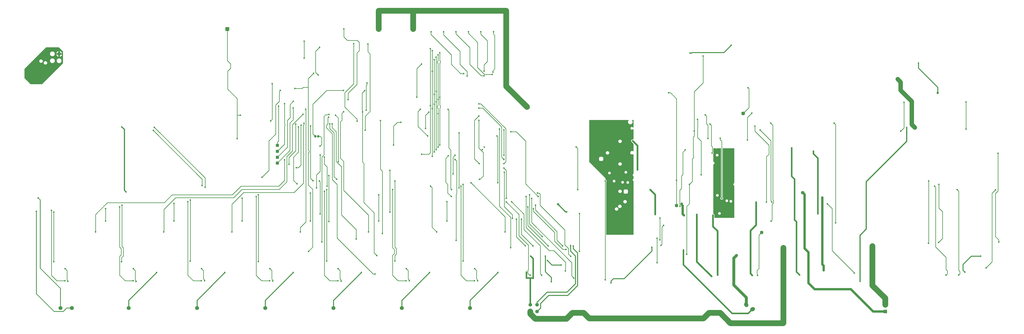
<source format=gbr>
G04 FAB 3000 Version 8.1.40 - Gerber/CAM Software*
G04 RS274-X Output*
%FSLAX35Y35*%
%MIA0B0*%
%MOIN*%
%SFA1.000000B1.000000*%

%IPPOS*%
%AMRECT_ROUNDED85*
4,1,38,0.000000,0.012500,
-0.010250,0.012500,
-0.011549,0.012363,
-0.012792,0.011960,
-0.013924,0.011306,
-0.014895,0.010432,
-0.015663,0.009375,
-0.016194,0.008181,
-0.016466,0.006903,
-0.016500,0.006250,
-0.016500,-0.006250,
-0.016363,-0.007549,
-0.015960,-0.008792,
-0.015306,-0.009924,
-0.014432,-0.010895,
-0.013375,-0.011663,
-0.012181,-0.012194,
-0.010903,-0.012466,
-0.010250,-0.012500,
0.010250,-0.012500,
0.011549,-0.012363,
0.012792,-0.011960,
0.013924,-0.011306,
0.014895,-0.010432,
0.015663,-0.009375,
0.016194,-0.008181,
0.016466,-0.006903,
0.016500,-0.006250,
0.016500,0.006250,
0.016363,0.007549,
0.015960,0.008792,
0.015306,0.009924,
0.014432,0.010895,
0.013375,0.011663,
0.012181,0.012194,
0.010903,0.012466,
0.010250,0.012500,
0.000000,0.012500,
0.000000,0.012500,0.0*
%
%AMRECT_ROUNDED89*
4,1,38,0.000000,0.008858,
-0.023130,0.008858,
-0.024051,0.008761,
-0.024931,0.008475,
-0.025733,0.008012,
-0.026421,0.007393,
-0.026966,0.006644,
-0.027342,0.005798,
-0.027535,0.004892,
-0.027559,0.004429,
-0.027559,-0.004429,
-0.027462,-0.005350,
-0.027176,-0.006231,
-0.026713,-0.007033,
-0.026094,-0.007721,
-0.025344,-0.008265,
-0.024499,-0.008641,
-0.023593,-0.008834,
-0.023130,-0.008858,
0.023130,-0.008858,
0.024051,-0.008761,
0.024931,-0.008475,
0.025733,-0.008012,
0.026421,-0.007393,
0.026966,-0.006644,
0.027342,-0.005798,
0.027535,-0.004892,
0.027559,-0.004429,
0.027559,0.004429,
0.027462,0.005350,
0.027176,0.006231,
0.026713,0.007033,
0.026094,0.007721,
0.025344,0.008265,
0.024499,0.008641,
0.023593,0.008834,
0.023130,0.008858,
0.000000,0.008858,
0.000000,0.008858,0.0*
%
%AMRECT_ROUNDED96*
4,1,38,0.000000,0.018701,
-0.003937,0.018701,
-0.004756,0.018615,
-0.005538,0.018360,
-0.006251,0.017949,
-0.006863,0.017398,
-0.007347,0.016732,
-0.007681,0.015980,
-0.007852,0.015175,
-0.007874,0.014764,
-0.007874,-0.014764,
-0.007788,-0.015582,
-0.007534,-0.016365,
-0.007122,-0.017078,
-0.006571,-0.017690,
-0.005906,-0.018173,
-0.005154,-0.018508,
-0.004349,-0.018679,
-0.003937,-0.018701,
0.003937,-0.018701,
0.004756,-0.018615,
0.005538,-0.018360,
0.006251,-0.017949,
0.006863,-0.017398,
0.007347,-0.016732,
0.007681,-0.015980,
0.007852,-0.015175,
0.007874,-0.014764,
0.007874,0.014764,
0.007788,0.015582,
0.007534,0.016365,
0.007122,0.017078,
0.006571,0.017690,
0.005906,0.018173,
0.005154,0.018508,
0.004349,0.018679,
0.003937,0.018701,
0.000000,0.018701,
0.000000,0.018701,0.0*
%
%AMRECT_ROUNDED102*
4,1,38,0.000000,0.011811,
-0.003346,0.011811,
-0.004042,0.011738,
-0.004708,0.011522,
-0.005313,0.011172,
-0.005833,0.010704,
-0.006245,0.010138,
-0.006529,0.009499,
-0.006675,0.008814,
-0.006693,0.008465,
-0.006693,-0.008465,
-0.006620,-0.009160,
-0.006404,-0.009826,
-0.006054,-0.010432,
-0.005586,-0.010951,
-0.005020,-0.011363,
-0.004381,-0.011647,
-0.003696,-0.011793,
-0.003346,-0.011811,
0.003346,-0.011811,
0.004042,-0.011738,
0.004708,-0.011522,
0.005313,-0.011172,
0.005833,-0.010704,
0.006245,-0.010138,
0.006529,-0.009499,
0.006675,-0.008814,
0.006693,-0.008465,
0.006693,0.008465,
0.006620,0.009160,
0.006404,0.009826,
0.006054,0.010432,
0.005586,0.010951,
0.005020,0.011363,
0.004381,0.011647,
0.003696,0.011793,
0.003346,0.011811,
0.000000,0.011811,
0.000000,0.011811,0.0*
%
%AMRECT_ROUNDED107*
4,1,38,0.000000,0.012795,
-0.003937,0.012795,
-0.004756,0.012709,
-0.005538,0.012455,
-0.006251,0.012043,
-0.006863,0.011493,
-0.007347,0.010827,
-0.007681,0.010075,
-0.007852,0.009270,
-0.007874,0.008858,
-0.007874,-0.008858,
-0.007788,-0.009677,
-0.007534,-0.010460,
-0.007122,-0.011172,
-0.006571,-0.011784,
-0.005906,-0.012268,
-0.005154,-0.012603,
-0.004349,-0.012774,
-0.003937,-0.012795,
0.003937,-0.012795,
0.004756,-0.012709,
0.005538,-0.012455,
0.006251,-0.012043,
0.006863,-0.011493,
0.007347,-0.010827,
0.007681,-0.010075,
0.007852,-0.009270,
0.007874,-0.008858,
0.007874,0.008858,
0.007788,0.009677,
0.007534,0.010460,
0.007122,0.011172,
0.006571,0.011784,
0.005906,0.012268,
0.005154,0.012603,
0.004349,0.012774,
0.003937,0.012795,
0.000000,0.012795,
0.000000,0.012795,0.0*
%
%AMRECT_ROUNDED109*
4,1,38,0.000000,0.017717,
-0.006398,0.017717,
-0.007728,0.017577,
-0.009000,0.017163,
-0.010158,0.016495,
-0.011152,0.015600,
-0.011938,0.014518,
-0.012482,0.013296,
-0.012760,0.011988,
-0.012795,0.011319,
-0.012795,-0.011319,
-0.012655,-0.012649,
-0.012242,-0.013921,
-0.011573,-0.015079,
-0.010678,-0.016073,
-0.009596,-0.016859,
-0.008375,-0.017403,
-0.007066,-0.017681,
-0.006398,-0.017717,
0.006398,-0.017717,
0.007728,-0.017577,
0.009000,-0.017163,
0.010158,-0.016495,
0.011152,-0.015600,
0.011938,-0.014518,
0.012482,-0.013296,
0.012760,-0.011988,
0.012795,-0.011319,
0.012795,0.011319,
0.012655,0.012649,
0.012242,0.013921,
0.011573,0.015079,
0.010678,0.016073,
0.009596,0.016859,
0.008375,0.017403,
0.007066,0.017681,
0.006398,0.017717,
0.000000,0.017717,
0.000000,0.017717,0.0*
%
%AMRECT_ROUNDED121*
4,1,38,0.000000,0.028543,
-0.005906,0.028543,
-0.007133,0.028414,
-0.008308,0.028033,
-0.009377,0.027415,
-0.010294,0.026589,
-0.011020,0.025591,
-0.011522,0.024463,
-0.011779,0.023255,
-0.011811,0.022638,
-0.011811,-0.022638,
-0.011682,-0.023866,
-0.011300,-0.025040,
-0.010683,-0.026109,
-0.009857,-0.027026,
-0.008858,-0.027752,
-0.007730,-0.028254,
-0.006523,-0.028511,
-0.005906,-0.028543,
0.005906,-0.028543,
0.007133,-0.028414,
0.008307,-0.028033,
0.009377,-0.027415,
0.010294,-0.026589,
0.011020,-0.025591,
0.011522,-0.024463,
0.011779,-0.023255,
0.011811,-0.022638,
0.011811,0.022638,
0.011682,0.023866,
0.011300,0.025040,
0.010683,0.026109,
0.009857,0.027026,
0.008858,0.027752,
0.007730,0.028254,
0.006523,0.028511,
0.005906,0.028543,
0.000000,0.028543,
0.000000,0.028543,0.0*
%
%AMRECT_ROUNDED141*
4,1,38,0.000000,0.020669,
-0.064469,0.020669,
-0.066617,0.020443,
-0.068672,0.019776,
-0.070543,0.018696,
-0.072149,0.017250,
-0.073419,0.015502,
-0.074297,0.013528,
-0.074747,0.011415,
-0.074803,0.010335,
-0.074803,-0.010335,
-0.074577,-0.012483,
-0.073910,-0.014538,
-0.072829,-0.016409,
-0.071384,-0.018015,
-0.069636,-0.019285,
-0.067662,-0.020163,
-0.065549,-0.020613,
-0.064469,-0.020669,
0.064469,-0.020669,
0.066617,-0.020443,
0.068672,-0.019776,
0.070543,-0.018696,
0.072149,-0.017250,
0.073419,-0.015502,
0.074297,-0.013528,
0.074747,-0.011415,
0.074803,-0.010335,
0.074803,0.010335,
0.074577,0.012483,
0.073910,0.014538,
0.072829,0.016409,
0.071384,0.018015,
0.069636,0.019285,
0.067662,0.020163,
0.065549,0.020613,
0.064469,0.020669,
0.000000,0.020669,
0.000000,0.020669,0.0*
%
%AMRECT_ROUNDED147*
4,1,38,0.000000,0.025000,
-0.012500,0.025000,
-0.015099,0.024727,
-0.017584,0.023919,
-0.019847,0.022613,
-0.021789,0.020864,
-0.023325,0.018750,
-0.024388,0.016363,
-0.024932,0.013807,
-0.025000,0.012500,
-0.025000,-0.012500,
-0.024727,-0.015099,
-0.023919,-0.017584,
-0.022613,-0.019847,
-0.020864,-0.021789,
-0.018750,-0.023325,
-0.016363,-0.024388,
-0.013807,-0.024932,
-0.012500,-0.025000,
0.012500,-0.025000,
0.015099,-0.024727,
0.017584,-0.023919,
0.019847,-0.022613,
0.021789,-0.020864,
0.023325,-0.018750,
0.024388,-0.016363,
0.024932,-0.013807,
0.025000,-0.012500,
0.025000,0.012500,
0.024727,0.015099,
0.023919,0.017584,
0.022613,0.019847,
0.020864,0.021789,
0.018750,0.023325,
0.016363,0.024388,
0.013807,0.024932,
0.012500,0.025000,
0.000000,0.025000,
0.000000,0.025000,0.0*
%
%AMRECT_ROUNDED152*
4,1,38,0.000000,0.012795,
-0.011319,0.012795,
-0.012649,0.012655,
-0.013921,0.012242,
-0.015079,0.011573,
-0.016073,0.010678,
-0.016859,0.009596,
-0.017403,0.008375,
-0.017681,0.007066,
-0.017717,0.006398,
-0.017717,-0.006398,
-0.017577,-0.007728,
-0.017163,-0.009000,
-0.016495,-0.010158,
-0.015600,-0.011152,
-0.014518,-0.011938,
-0.013296,-0.012482,
-0.011988,-0.012760,
-0.011319,-0.012795,
0.011319,-0.012795,
0.012649,-0.012655,
0.013921,-0.012242,
0.015079,-0.011573,
0.016073,-0.010678,
0.016859,-0.009596,
0.017403,-0.008375,
0.017681,-0.007066,
0.017717,-0.006398,
0.017717,0.006398,
0.017577,0.007728,
0.017163,0.009000,
0.016495,0.010158,
0.015600,0.011152,
0.014518,0.011938,
0.013296,0.012482,
0.011988,0.012760,
0.011319,0.012795,
0.000000,0.012795,
0.000000,0.012795,0.0*
%
%AMRECT_ROUNDED157*
4,1,38,0.000000,0.016500,
-0.006250,0.016500,
-0.007549,0.016363,
-0.008792,0.015960,
-0.009924,0.015306,
-0.010895,0.014432,
-0.011663,0.013375,
-0.012194,0.012181,
-0.012466,0.010903,
-0.012500,0.010250,
-0.012500,-0.010250,
-0.012363,-0.011549,
-0.011960,-0.012792,
-0.011306,-0.013924,
-0.010432,-0.014895,
-0.009375,-0.015663,
-0.008181,-0.016194,
-0.006903,-0.016466,
-0.006250,-0.016500,
0.006250,-0.016500,
0.007549,-0.016363,
0.008792,-0.015960,
0.009924,-0.015306,
0.010895,-0.014432,
0.011663,-0.013375,
0.012194,-0.012181,
0.012466,-0.010903,
0.012500,-0.010250,
0.012500,0.010250,
0.012363,0.011549,
0.011960,0.012792,
0.011306,0.013924,
0.010432,0.014895,
0.009375,0.015663,
0.008181,0.016194,
0.006903,0.016466,
0.006250,0.016500,
0.000000,0.016500,
0.000000,0.016500,0.0*
%
%AMRECT_ROUNDED160*
4,1,38,0.000000,0.074803,
-0.010335,0.074803,
-0.012483,0.074577,
-0.014538,0.073910,
-0.016409,0.072829,
-0.018015,0.071384,
-0.019285,0.069636,
-0.020163,0.067662,
-0.020613,0.065549,
-0.020669,0.064469,
-0.020669,-0.064469,
-0.020443,-0.066617,
-0.019776,-0.068672,
-0.018696,-0.070543,
-0.017250,-0.072149,
-0.015502,-0.073419,
-0.013528,-0.074297,
-0.011415,-0.074747,
-0.010335,-0.074803,
0.010335,-0.074803,
0.012483,-0.074577,
0.014538,-0.073910,
0.016409,-0.072829,
0.018015,-0.071384,
0.019285,-0.069636,
0.020163,-0.067662,
0.020613,-0.065549,
0.020669,-0.064469,
0.020669,0.064469,
0.020443,0.066617,
0.019776,0.068672,
0.018696,0.070543,
0.017250,0.072149,
0.015502,0.073419,
0.013528,0.074297,
0.011415,0.074747,
0.010335,0.074803,
0.000000,0.074803,
0.000000,0.074803,0.0*
%
%AMRECT_ROUNDED166*
4,1,38,0.000000,0.006693,
-0.008465,0.006693,
-0.009160,0.006620,
-0.009826,0.006404,
-0.010432,0.006054,
-0.010951,0.005586,
-0.011363,0.005020,
-0.011647,0.004381,
-0.011793,0.003696,
-0.011811,0.003346,
-0.011811,-0.003346,
-0.011738,-0.004042,
-0.011522,-0.004708,
-0.011172,-0.005313,
-0.010704,-0.005833,
-0.010138,-0.006245,
-0.009499,-0.006529,
-0.008814,-0.006675,
-0.008465,-0.006693,
0.008465,-0.006693,
0.009160,-0.006620,
0.009826,-0.006404,
0.010432,-0.006054,
0.010951,-0.005586,
0.011363,-0.005020,
0.011647,-0.004381,
0.011793,-0.003696,
0.011811,-0.003346,
0.011811,0.003346,
0.011738,0.004042,
0.011522,0.004708,
0.011172,0.005313,
0.010704,0.005833,
0.010138,0.006245,
0.009499,0.006529,
0.008814,0.006675,
0.008465,0.006693,
0.000000,0.006693,
0.000000,0.006693,0.0*
%
%AMRECT_ROUNDED179*
4,1,38,0.000000,0.007874,
-0.008858,0.007874,
-0.009677,0.007788,
-0.010460,0.007534,
-0.011172,0.007122,
-0.011784,0.006571,
-0.012268,0.005906,
-0.012603,0.005154,
-0.012774,0.004349,
-0.012795,0.003937,
-0.012795,-0.003937,
-0.012709,-0.004756,
-0.012455,-0.005538,
-0.012043,-0.006251,
-0.011493,-0.006863,
-0.010827,-0.007347,
-0.010075,-0.007681,
-0.009270,-0.007852,
-0.008858,-0.007874,
0.008858,-0.007874,
0.009677,-0.007788,
0.010460,-0.007534,
0.011172,-0.007122,
0.011784,-0.006571,
0.012268,-0.005906,
0.012603,-0.005154,
0.012774,-0.004349,
0.012795,-0.003937,
0.012795,0.003937,
0.012709,0.004756,
0.012455,0.005538,
0.012043,0.006251,
0.011493,0.006863,
0.010827,0.007347,
0.010075,0.007681,
0.009270,0.007852,
0.008858,0.007874,
0.000000,0.007874,
0.000000,0.007874,0.0*
%
%AMRECT_ROUNDED185*
4,1,38,0.000000,0.027559,
-0.004429,0.027559,
-0.005350,0.027462,
-0.006231,0.027176,
-0.007033,0.026713,
-0.007721,0.026094,
-0.008265,0.025344,
-0.008641,0.024499,
-0.008834,0.023593,
-0.008858,0.023130,
-0.008858,-0.023130,
-0.008761,-0.024051,
-0.008475,-0.024931,
-0.008012,-0.025733,
-0.007393,-0.026421,
-0.006644,-0.026966,
-0.005798,-0.027342,
-0.004892,-0.027535,
-0.004429,-0.027559,
0.004429,-0.027559,
0.005350,-0.027462,
0.006231,-0.027176,
0.007033,-0.026713,
0.007721,-0.026094,
0.008265,-0.025344,
0.008641,-0.024499,
0.008834,-0.023593,
0.008858,-0.023130,
0.008858,0.023130,
0.008761,0.024051,
0.008475,0.024931,
0.008012,0.025733,
0.007393,0.026421,
0.006644,0.026966,
0.005798,0.027342,
0.004892,0.027535,
0.004429,0.027559,
0.000000,0.027559,
0.000000,0.027559,0.0*
%
%AMRECT_ROUNDED188*
4,1,38,0.000000,0.012811,
-0.003346,0.012811,
-0.004250,0.012716,
-0.005114,0.012435,
-0.005901,0.011981,
-0.006577,0.011373,
-0.007111,0.010638,
-0.007480,0.009808,
-0.007669,0.008919,
-0.007693,0.008465,
-0.007693,-0.008465,
-0.007598,-0.009368,
-0.007317,-0.010232,
-0.006863,-0.011019,
-0.006255,-0.011695,
-0.005520,-0.012229,
-0.004690,-0.012598,
-0.003801,-0.012787,
-0.003346,-0.012811,
0.003346,-0.012811,
0.004250,-0.012716,
0.005114,-0.012435,
0.005901,-0.011981,
0.006577,-0.011373,
0.007111,-0.010638,
0.007480,-0.009808,
0.007669,-0.008919,
0.007693,-0.008465,
0.007693,0.008465,
0.007598,0.009368,
0.007317,0.010232,
0.006863,0.011019,
0.006255,0.011695,
0.005520,0.012229,
0.004690,0.012598,
0.003801,0.012787,
0.003346,0.012811,
0.000000,0.012811,
0.000000,0.012811,0.0*
%
%AMRECT_ROUNDED191*
4,1,38,0.000000,0.007693,
-0.008465,0.007693,
-0.009368,0.007598,
-0.010232,0.007317,
-0.011019,0.006863,
-0.011695,0.006255,
-0.012229,0.005520,
-0.012598,0.004690,
-0.012787,0.003801,
-0.012811,0.003346,
-0.012811,-0.003346,
-0.012716,-0.004250,
-0.012435,-0.005114,
-0.011981,-0.005901,
-0.011373,-0.006577,
-0.010638,-0.007111,
-0.009808,-0.007480,
-0.008919,-0.007669,
-0.008465,-0.007693,
0.008465,-0.007693,
0.009368,-0.007598,
0.010232,-0.007317,
0.011019,-0.006863,
0.011695,-0.006255,
0.012229,-0.005520,
0.012598,-0.004690,
0.012787,-0.003801,
0.012811,-0.003346,
0.012811,0.003346,
0.012716,0.004250,
0.012435,0.005114,
0.011981,0.005901,
0.011373,0.006577,
0.010638,0.007111,
0.009808,0.007480,
0.008919,0.007669,
0.008465,0.007693,
0.000000,0.007693,
0.000000,0.007693,0.0*
%
%AMRECT_ROUNDED199*
4,1,38,0.000000,0.030500,
-0.013250,0.030500,
-0.016836,0.030123,
-0.020266,0.029009,
-0.023389,0.027206,
-0.026069,0.024793,
-0.028189,0.021875,
-0.029656,0.018581,
-0.030406,0.015053,
-0.030500,0.013250,
-0.030500,-0.013250,
-0.030123,-0.016836,
-0.029009,-0.020266,
-0.027206,-0.023389,
-0.024793,-0.026069,
-0.021875,-0.028189,
-0.018581,-0.029656,
-0.015053,-0.030406,
-0.013250,-0.030500,
0.013250,-0.030500,
0.016836,-0.030123,
0.020266,-0.029009,
0.023389,-0.027206,
0.026069,-0.024793,
0.028189,-0.021875,
0.029656,-0.018581,
0.030405,-0.015053,
0.030500,-0.013250,
0.030500,0.013250,
0.030123,0.016836,
0.029009,0.020266,
0.027206,0.023389,
0.024793,0.026069,
0.021875,0.028189,
0.018581,0.029656,
0.015053,0.030406,
0.013250,0.030500,
0.000000,0.030500,
0.000000,0.030500,0.0*
%
%AMRECT_ROUNDED201*
4,1,38,0.000000,0.040500,
-0.020250,0.040500,
-0.024460,0.040057,
-0.028486,0.038749,
-0.032153,0.036633,
-0.035299,0.033800,
-0.037787,0.030375,
-0.039509,0.026508,
-0.040389,0.022367,
-0.040500,0.020250,
-0.040500,-0.020250,
-0.040057,-0.024460,
-0.038749,-0.028486,
-0.036633,-0.032153,
-0.033800,-0.035299,
-0.030375,-0.037787,
-0.026508,-0.039509,
-0.022367,-0.040389,
-0.020250,-0.040500,
0.020250,-0.040500,
0.024460,-0.040057,
0.028486,-0.038749,
0.032153,-0.036633,
0.035299,-0.033800,
0.037787,-0.030375,
0.039509,-0.026508,
0.040389,-0.022367,
0.040500,-0.020250,
0.040500,0.020250,
0.040057,0.024460,
0.038749,0.028486,
0.036633,0.032153,
0.033800,0.035299,
0.030375,0.037787,
0.026508,0.039509,
0.022367,0.040389,
0.020250,0.040500,
0.000000,0.040500,
0.000000,0.040500,0.0*
%
%AMRECT_ROUNDED202*
4,1,38,0.000000,0.032500,
-0.014250,0.032500,
-0.018044,0.032101,
-0.021673,0.030922,
-0.024977,0.029015,
-0.027812,0.026462,
-0.030055,0.023375,
-0.031607,0.019890,
-0.032400,0.016158,
-0.032500,0.014250,
-0.032500,-0.014250,
-0.032101,-0.018044,
-0.030922,-0.021673,
-0.029015,-0.024977,
-0.026462,-0.027812,
-0.023375,-0.030055,
-0.019890,-0.031607,
-0.016158,-0.032400,
-0.014250,-0.032500,
0.014250,-0.032500,
0.018044,-0.032101,
0.021673,-0.030922,
0.024977,-0.029015,
0.027812,-0.026462,
0.030055,-0.023375,
0.031607,-0.019890,
0.032400,-0.016158,
0.032500,-0.014250,
0.032500,0.014250,
0.032101,0.018044,
0.030922,0.021673,
0.029015,0.024977,
0.026462,0.027812,
0.023375,0.030055,
0.019890,0.031607,
0.016158,0.032400,
0.014250,0.032500,
0.000000,0.032500,
0.000000,0.032500,0.0*
%
%AMoval87x72.189_55*
4,1,41,0.025300,0.026700,
0.033800,0.014600,
0.036808,0.009402,
0.038912,0.003778,
0.040053,-0.002118,
0.040200,-0.008121,
0.039349,-0.014066,
0.037523,-0.019787,
0.034773,-0.025125,
0.031176,-0.029934,
0.026830,-0.034078,
0.021857,-0.037444,
0.016394,-0.039938,
0.010593,-0.041491,
0.004615,-0.042060,
-0.001375,-0.041629,
-0.007210,-0.040210,
-0.012729,-0.037842,
-0.017778,-0.034591,
-0.022218,-0.030548,
-0.025300,-0.026700,
-0.033800,-0.014600,
-0.036808,-0.009402,
-0.038912,-0.003778,
-0.040053,0.002118,
-0.040200,0.008121,
-0.039349,0.014066,
-0.037523,0.019787,
-0.034773,0.025125,
-0.031176,0.029934,
-0.026830,0.034078,
-0.021857,0.037444,
-0.016394,0.039938,
-0.010593,0.041491,
-0.004615,0.042060,
0.001375,0.041629,
0.007210,0.040210,
0.012729,0.037842,
0.017778,0.034591,
0.022218,0.030548,
0.025300,0.026700,
0.025300,0.026700,0.0*
%
%AMoval89x72.189_25*
4,1,41,0.007600,0.036200,
0.022800,0.029100,
0.028005,0.026121,
0.032643,0.022319,
0.036585,0.017799,
0.039721,0.012687,
0.041964,0.007124,
0.043252,0.001267,
0.043548,-0.004723,
0.042845,-0.010679,
0.041163,-0.016436,
0.038547,-0.021833,
0.035070,-0.026720,
0.030830,-0.030961,
0.025944,-0.034440,
0.020549,-0.037057,
0.014793,-0.038743,
0.008837,-0.039448,
0.002847,-0.039154,
-0.003011,-0.037869,
-0.007600,-0.036200,
-0.022800,-0.029100,
-0.028005,-0.026121,
-0.032643,-0.022319,
-0.036585,-0.017799,
-0.039721,-0.012687,
-0.041964,-0.007124,
-0.043252,-0.001267,
-0.043548,0.004723,
-0.042846,0.010679,
-0.041163,0.016435,
-0.038547,0.021833,
-0.035070,0.026720,
-0.030830,0.030961,
-0.025944,0.034440,
-0.020549,0.037057,
-0.014793,0.038743,
-0.008837,0.039448,
-0.002847,0.039154,
0.003011,0.037869,
0.007600,0.036200,
0.007600,0.036200,0.0*
%
%AMoval89x72.189_335*
4,1,41,-0.022800,0.029100,
-0.007600,0.036200,
-0.001963,0.038269,
0.003940,0.039374,
0.009944,0.039483,
0.015883,0.038596,
0.021592,0.036735,
0.026913,0.033952,
0.031699,0.030324,
0.035816,0.025953,
0.039151,0.020959,
0.041611,0.015481,
0.043128,0.009671,
0.043659,0.003690,
0.043191,-0.002297,
0.041735,-0.008122,
0.039333,-0.013626,
0.036051,-0.018655,
0.031980,-0.023069,
0.027233,-0.026747,
0.022800,-0.029100,
0.007600,-0.036200,
0.001963,-0.038269,
-0.003940,-0.039374,
-0.009944,-0.039483,
-0.015883,-0.038596,
-0.021592,-0.036735,
-0.026913,-0.033952,
-0.031699,-0.030324,
-0.035816,-0.025953,
-0.039151,-0.020959,
-0.041611,-0.015481,
-0.043128,-0.009671,
-0.043659,-0.003690,
-0.043191,0.002296,
-0.041735,0.008122,
-0.039333,0.013626,
-0.036051,0.018655,
-0.031980,0.023069,
-0.027233,0.026747,
-0.022800,0.029100,
-0.022800,0.029100,0.0*
%
%AMoval87x72.189_305*
4,1,41,-0.033800,0.014600,
-0.025300,0.026700,
-0.021454,0.031309,
-0.016897,0.035217,
-0.011754,0.038314,
-0.006169,0.040514,
-0.000296,0.041756,
0.005702,0.042007,
0.011658,0.041257,
0.017407,0.039530,
0.022791,0.036872,
0.027657,0.033358,
0.031874,0.029085,
0.035322,0.024170,
0.037906,0.018752,
0.039556,0.012980,
0.040224,0.007014,
0.039892,0.001020,
0.038570,-0.004835,
0.036295,-0.010391,
0.033800,-0.014600,
0.025300,-0.026700,
0.021454,-0.031309,
0.016897,-0.035217,
0.011754,-0.038314,
0.006169,-0.040514,
0.000296,-0.041756,
-0.005702,-0.042007,
-0.011658,-0.041257,
-0.017407,-0.039530,
-0.022791,-0.036872,
-0.027657,-0.033358,
-0.031873,-0.029085,
-0.035322,-0.024170,
-0.037906,-0.018752,
-0.039556,-0.012980,
-0.040224,-0.007014,
-0.039892,-0.001020,
-0.038570,0.004835,
-0.036295,0.010391,
-0.033800,0.014600,
-0.033800,0.014600,0.0*
%
%AMOCTAGON212*
4,1,9,-0.011000,0.022000,
-0.022000,0.011000,
-0.022000,-0.011000,
-0.011000,-0.022000,
0.011000,-0.022000,
0.022000,-0.011000,
0.022000,0.011000,
0.011000,0.022000,
-0.011000,0.022000,
-0.011000,0.022000,0.0*
%
%AMRECT_ROUNDED256*
4,1,38,0.000000,0.026500,
-0.013250,0.026500,
-0.016005,0.026210,
-0.018639,0.025354,
-0.021038,0.023969,
-0.023097,0.022116,
-0.024725,0.019875,
-0.025851,0.017344,
-0.026427,0.014635,
-0.026500,0.013250,
-0.026500,-0.013250,
-0.026210,-0.016005,
-0.025354,-0.018639,
-0.023969,-0.021038,
-0.022116,-0.023097,
-0.019875,-0.024725,
-0.017344,-0.025851,
-0.014635,-0.026427,
-0.013250,-0.026500,
0.013250,-0.026500,
0.016005,-0.026210,
0.018639,-0.025354,
0.021038,-0.023969,
0.023097,-0.022116,
0.024725,-0.019875,
0.025851,-0.017344,
0.026427,-0.014635,
0.026500,-0.013250,
0.026500,0.013250,
0.026210,0.016005,
0.025354,0.018639,
0.023969,0.021038,
0.022116,0.023097,
0.019875,0.024725,
0.017344,0.025852,
0.014635,0.026427,
0.013250,0.026500,
0.000000,0.026500,
0.000000,0.026500,0.0*
%
%AMRECT_ROUNDED257*
4,1,38,0.000000,0.028500,
-0.014250,0.028500,
-0.017213,0.028189,
-0.020046,0.027268,
-0.022626,0.025778,
-0.024840,0.023785,
-0.026591,0.021375,
-0.027803,0.018653,
-0.028422,0.015740,
-0.028500,0.014250,
-0.028500,-0.014250,
-0.028189,-0.017213,
-0.027268,-0.020046,
-0.025778,-0.022626,
-0.023785,-0.024840,
-0.021375,-0.026591,
-0.018653,-0.027803,
-0.015740,-0.028422,
-0.014250,-0.028500,
0.014250,-0.028500,
0.017213,-0.028189,
0.020046,-0.027268,
0.022626,-0.025778,
0.024840,-0.023785,
0.026591,-0.021375,
0.027803,-0.018654,
0.028422,-0.015740,
0.028500,-0.014250,
0.028500,0.014250,
0.028189,0.017213,
0.027268,0.020046,
0.025778,0.022626,
0.023785,0.024840,
0.021375,0.026591,
0.018653,0.027803,
0.015740,0.028422,
0.014250,0.028500,
0.000000,0.028500,
0.000000,0.028500,0.0*
%
%AMoval83x68.189_55*
4,1,41,0.023600,0.025600,
0.032100,0.013400,
0.035005,0.008346,
0.037004,0.002870,
0.038037,-0.002867,
0.038074,-0.008696,
0.037115,-0.014446,
0.035187,-0.019947,
0.032348,-0.025038,
0.028680,-0.029569,
0.024291,-0.033406,
0.019311,-0.036437,
0.013887,-0.038572,
0.008178,-0.039748,
0.002351,-0.039931,
-0.003420,-0.039116,
-0.008969,-0.037326,
-0.014129,-0.034615,
-0.018750,-0.031061,
-0.022695,-0.026770,
-0.023600,-0.025600,
-0.032100,-0.013400,
-0.035005,-0.008346,
-0.037004,-0.002870,
-0.038037,0.002867,
-0.038074,0.008696,
-0.037115,0.014446,
-0.035187,0.019948,
-0.032348,0.025038,
-0.028680,0.029569,
-0.024291,0.033406,
-0.019311,0.036437,
-0.013887,0.038572,
-0.008178,0.039748,
-0.002351,0.039931,
0.003420,0.039116,
0.008969,0.037326,
0.014129,0.034615,
0.018750,0.031061,
0.022695,0.026770,
0.023600,0.025600,
0.023600,0.025600,0.0*
%
%AMoval85x68.189_25*
4,1,41,0.006700,0.034400,
0.022000,0.027300,
0.027051,0.024386,
0.031530,0.020653,
0.035305,0.016209,
0.038265,0.011185,
0.040323,0.005730,
0.041419,0.000002,
0.041520,-0.005827,
0.040624,-0.011589,
0.038756,-0.017113,
0.035972,-0.022236,
0.032353,-0.026808,
0.028006,-0.030695,
0.023059,-0.033782,
0.017658,-0.035978,
0.011961,-0.037219,
0.006135,-0.037468,
0.000352,-0.036719,
-0.005217,-0.034992,
-0.006700,-0.034400,
-0.022000,-0.027300,
-0.027051,-0.024386,
-0.031530,-0.020653,
-0.035305,-0.016209,
-0.038265,-0.011185,
-0.040323,-0.005730,
-0.041419,-0.000002,
-0.041520,0.005827,
-0.040624,0.011589,
-0.038756,0.017113,
-0.035972,0.022236,
-0.032353,0.026808,
-0.028006,0.030695,
-0.023059,0.033782,
-0.017658,0.035978,
-0.011961,0.037219,
-0.006135,0.037468,
-0.000352,0.036719,
0.005217,0.034992,
0.006700,0.034400,
0.006700,0.034400,0.0*
%
%AMoval85x68.189_335*
4,1,41,-0.022000,0.027300,
-0.006700,0.034400,
-0.001214,0.036388,
0.004531,0.037410,
0.010366,0.037436,
0.016120,0.036465,
0.021623,0.034526,
0.026715,0.031676,
0.031245,0.027999,
0.035081,0.023602,
0.038110,0.018614,
0.040243,0.013183,
0.041417,0.007467,
0.041597,0.001635,
0.040780,-0.004143,
0.038987,-0.009696,
0.036273,-0.014861,
0.032717,-0.019487,
0.028423,-0.023439,
0.023518,-0.026598,
0.022000,-0.027300,
0.006700,-0.034400,
0.001214,-0.036388,
-0.004531,-0.037410,
-0.010366,-0.037436,
-0.016120,-0.036465,
-0.021623,-0.034526,
-0.026715,-0.031676,
-0.031245,-0.027999,
-0.035081,-0.023602,
-0.038110,-0.018614,
-0.040243,-0.013183,
-0.041417,-0.007467,
-0.041597,-0.001635,
-0.040780,0.004143,
-0.038987,0.009696,
-0.036273,0.014861,
-0.032717,0.019487,
-0.028423,0.023439,
-0.023518,0.026598,
-0.022000,0.027300,
-0.022000,0.027300,0.0*
%
%AMoval83x68.189_305*
4,1,41,-0.032100,0.013400,
-0.023600,0.025600,
-0.019843,0.030061,
-0.015379,0.033814,
-0.010340,0.036750,
-0.004873,0.038782,
0.000860,0.039850,
0.006692,0.039923,
0.012450,0.038999,
0.017967,0.037104,
0.023078,0.034295,
0.027634,0.030654,
0.031501,0.026289,
0.034566,0.021326,
0.036738,0.015914,
0.037953,0.010210,
0.038176,0.004382,
0.037400,-0.001398,
0.035648,-0.006961,
0.032972,-0.012143,
0.032100,-0.013400,
0.023600,-0.025600,
0.019843,-0.030061,
0.015379,-0.033815,
0.010340,-0.036750,
0.004873,-0.038782,
-0.000860,-0.039850,
-0.006692,-0.039923,
-0.012450,-0.038999,
-0.017967,-0.037104,
-0.023078,-0.034295,
-0.027634,-0.030654,
-0.031501,-0.026289,
-0.034566,-0.021326,
-0.036738,-0.015914,
-0.037953,-0.010209,
-0.038176,-0.004381,
-0.037400,0.001398,
-0.035648,0.006961,
-0.032972,0.012143,
-0.032100,0.013400,
-0.032100,0.013400,0.0*
%
%AMRECT_ROUNDED368*
4,1,38,0.000000,0.021654,
-0.005906,0.021654,
-0.007133,0.021524,
-0.008308,0.021143,
-0.009377,0.020526,
-0.010294,0.019700,
-0.011020,0.018701,
-0.011522,0.017573,
-0.011779,0.016365,
-0.011811,0.015748,
-0.011811,-0.015748,
-0.011682,-0.016976,
-0.011300,-0.018150,
-0.010683,-0.019219,
-0.009857,-0.020137,
-0.008858,-0.020862,
-0.007730,-0.021365,
-0.006523,-0.021621,
-0.005906,-0.021654,
0.005906,-0.021654,
0.007133,-0.021524,
0.008307,-0.021143,
0.009377,-0.020526,
0.010294,-0.019700,
0.011020,-0.018701,
0.011522,-0.017573,
0.011779,-0.016365,
0.011811,-0.015748,
0.011811,0.015748,
0.011682,0.016976,
0.011300,0.018150,
0.010683,0.019219,
0.009857,0.020137,
0.008858,0.020862,
0.007730,0.021365,
0.006523,0.021621,
0.005906,0.021654,
0.000000,0.021654,
0.000000,0.021654,0.0*
%
%AMRECT_ROUNDED374*
4,1,42,0.000000,0.052165,
-0.065453,0.052165,
-0.070535,0.051665,
-0.075423,0.050185,
-0.079929,0.047780,
-0.083879,0.044543,
-0.087123,0.040598,
-0.089536,0.036097,
-0.091026,0.031212,
-0.091535,0.026131,
-0.091535,0.026083,
-0.091535,-0.026083,
-0.091035,-0.031165,
-0.089555,-0.036053,
-0.087150,-0.040558,
-0.083913,-0.044509,
-0.079968,-0.047753,
-0.075467,-0.050166,
-0.070582,-0.051656,
-0.065501,-0.052165,
-0.065453,-0.052165,
0.065453,-0.052165,
0.070535,-0.051665,
0.075423,-0.050185,
0.079929,-0.047780,
0.083879,-0.044543,
0.087123,-0.040598,
0.089536,-0.036097,
0.091026,-0.031212,
0.091535,-0.026131,
0.091535,-0.026083,
0.091535,0.026083,
0.091035,0.031165,
0.089555,0.036053,
0.087150,0.040558,
0.083913,0.044509,
0.079968,0.047753,
0.075467,0.050166,
0.070582,0.051656,
0.065501,0.052165,
0.065453,0.052165,
0.000000,0.052165,
0.000000,0.052165,0.0*
%
%AMRECT_ROUNDED382*
4,1,38,0.000000,0.020500,
-0.013250,0.020500,
-0.014757,0.020342,
-0.016199,0.019873,
-0.017511,0.019115,
-0.018638,0.018101,
-0.019529,0.016875,
-0.020145,0.015490,
-0.020460,0.014008,
-0.020500,0.013250,
-0.020500,-0.013250,
-0.020342,-0.014757,
-0.019873,-0.016199,
-0.019115,-0.017511,
-0.018101,-0.018638,
-0.016875,-0.019529,
-0.015490,-0.020145,
-0.014008,-0.020460,
-0.013250,-0.020500,
0.013250,-0.020500,
0.014757,-0.020342,
0.016199,-0.019873,
0.017511,-0.019115,
0.018638,-0.018101,
0.019529,-0.016875,
0.020145,-0.015490,
0.020460,-0.014008,
0.020500,-0.013250,
0.020500,0.013250,
0.020342,0.014757,
0.019873,0.016199,
0.019115,0.017511,
0.018101,0.018638,
0.016875,0.019529,
0.015490,0.020145,
0.014008,0.020460,
0.013250,0.020500,
0.000000,0.020500,
0.000000,0.020500,0.0*
%
%AMRECT_ROUNDED383*
4,1,38,0.000000,0.022500,
-0.014250,0.022500,
-0.015965,0.022320,
-0.017606,0.021787,
-0.019099,0.020924,
-0.020381,0.019770,
-0.021395,0.018375,
-0.022096,0.016799,
-0.022455,0.015112,
-0.022500,0.014250,
-0.022500,-0.014250,
-0.022320,-0.015965,
-0.021787,-0.017606,
-0.020924,-0.019099,
-0.019770,-0.020381,
-0.018375,-0.021395,
-0.016799,-0.022096,
-0.015112,-0.022455,
-0.014250,-0.022500,
0.014250,-0.022500,
0.015965,-0.022320,
0.017606,-0.021787,
0.019099,-0.020924,
0.020381,-0.019770,
0.021395,-0.018375,
0.022096,-0.016799,
0.022455,-0.015112,
0.022500,-0.014250,
0.022500,0.014250,
0.022320,0.015965,
0.021787,0.017606,
0.020924,0.019099,
0.019770,0.020381,
0.018375,0.021395,
0.016799,0.022096,
0.015112,0.022455,
0.014250,0.022500,
0.000000,0.022500,
0.000000,0.022500,0.0*
%
%ADD10C,0.005000*%
%ADD11C,0.010000*%
%ADD12C,0.009843*%
%ADD13C,0.023622*%
%ADD14C,0.007874*%
%ADD15C,0.006000*%
%ADD16C,0.020000*%
%ADD17C,0.003937*%
%ADD18C,0.008000*%
%ADD19R,0.005513X0.028837*%
%ADD20C,0.021563*%
%ADD21R,0.010875X0.005512*%
%ADD22R,0.005512X0.010876*%
%ADD23C,0.006938*%
%ADD24R,0.007750X0.038450*%
%ADD25R,0.252498X0.106224*%
%ADD26R,0.007350X0.014500*%
%ADD27R,0.014500X0.007350*%
%ADD28R,0.436258X0.106224*%
%ADD29R,0.435009X0.106390*%
%ADD30C,0.009250*%
%ADD31R,0.005812X0.028838*%
%ADD32R,0.337381X0.106390*%
%ADD33R,0.438840X0.121717*%
%ADD34R,0.050980X0.017660*%
%ADD35R,0.007350X0.038450*%
%ADD36R,0.007350X0.027850*%
%ADD37R,0.007350X0.006800*%
%ADD38R,0.022950X0.003600*%
%ADD39R,0.560709X0.106390*%
%ADD40R,0.012246X0.064057*%
%ADD41C,0.047898*%
%ADD42R,0.012912X0.064057*%
%ADD43R,0.387694X0.105141*%
%ADD44R,0.458945X0.131298*%
%ADD45R,0.018074X0.089665*%
%ADD46C,0.028751*%
%ADD47R,0.056850X0.078650*%
%ADD48R,0.026564X0.013465*%
%ADD49C,0.016946*%
%ADD50R,0.013465X0.012458*%
%ADD51R,0.013465X0.051021*%
%ADD52C,0.052670*%
%ADD53R,0.030600X0.004800*%
%ADD54R,0.024157X0.007914*%
%ADD55R,0.007830X0.046398*%
%ADD56R,0.007830X0.008996*%
%ADD57R,0.007830X0.064058*%
%ADD58R,0.003910X0.018470*%
%ADD59C,0.005990*%
%ADD60C,0.012314*%
%ADD61C,0.012355*%
%ADD62R,0.003910X0.029037*%
%ADD63C,0.032906*%
%ADD64C,0.027414*%
%ADD65R,0.322387X0.104307*%
%ADD66R,0.008496X0.064057*%
%ADD67R,0.304145X0.106390*%
%ADD68R,0.007913X0.012911*%
%ADD69C,0.015411*%
%ADD70R,0.521224X0.106224*%
%ADD71R,0.099775X0.248575*%
%ADD72R,0.434259X0.106224*%
%ADD73R,0.027822X0.015327*%
%ADD74R,0.218800X0.099775*%
%ADD75R,0.011625X0.057675*%
%ADD76R,0.463248X0.104307*%
%ADD77R,0.452085X0.106224*%
%ADD78R,0.021075X0.056477*%
%ADD79C,0.021862*%
%ADD80R,0.028837X0.005513*%
%ADD81R,0.281737X0.105224*%
%ADD82R,0.057087X0.045276*%
%ADD83R,0.163386X0.183071*%
%ADD84R,0.033000X0.025000*%
%ADD85RECT_ROUNDED85*%
%ADD86R,0.137795X0.086614*%
%ADD87R,0.043307X0.037402*%
%ADD88R,0.037402X0.043307*%
%ADD89RECT_ROUNDED89*%
%ADD90O,0.055118X0.017717*%
%ADD91R,0.039370X0.011811*%
%ADD92O,0.039370X0.011811*%
%ADD93O,0.011811X0.066929*%
%ADD94O,0.066929X0.011811*%
%ADD95O,0.017717X0.055118*%
%ADD96RECT_ROUNDED96*%
%ADD97O,0.015748X0.037402*%
%ADD98O,0.059055X0.017717*%
%ADD99R,0.059055X0.017717*%
%ADD100R,0.183071X0.163386*%
%ADD101R,0.045276X0.057087*%
%ADD102RECT_ROUNDED102*%
%ADD103R,0.013386X0.023622*%
%ADD104O,0.013780X0.055118*%
%ADD105O,0.013780X0.066929*%
%ADD106R,0.015748X0.025591*%
%ADD107RECT_ROUNDED107*%
%ADD108R,0.025591X0.035433*%
%ADD109RECT_ROUNDED109*%
%ADD110R,0.023622X0.043307*%
%ADD111R,0.053150X0.023622*%
%ADD112R,0.033465X0.023622*%
%ADD113R,0.035433X0.082677*%
%ADD114R,0.125984X0.082677*%
%ADD115O,0.017717X0.072835*%
%ADD116R,0.017717X0.072835*%
%ADD117O,0.062992X0.023622*%
%ADD118R,0.074803X0.023622*%
%ADD119O,0.074803X0.023622*%
%ADD120O,0.023622X0.057087*%
%ADD121RECT_ROUNDED121*%
%ADD122O,0.082677X0.025591*%
%ADD123R,0.082677X0.025591*%
%ADD124O,0.059055X0.023622*%
%ADD125R,0.059055X0.023622*%
%ADD126R,0.089000X0.090551*%
%ADD127R,0.047244X0.110236*%
%ADD128R,0.053150X0.070866*%
%ADD129R,0.055118X0.061024*%
%ADD130R,0.055118X0.059055*%
%ADD131R,0.016535X0.027559*%
%ADD132R,0.016535X0.039370*%
%ADD133O,0.023622X0.078740*%
%ADD134R,0.023622X0.078740*%
%ADD135R,0.047244X0.023622*%
%ADD136R,0.039370X0.043307*%
%ADD137R,0.090551X0.177165*%
%ADD138R,0.106299X0.047244*%
%ADD139R,0.314961X0.228346*%
%ADD140R,0.149606X0.041339*%
%ADD141RECT_ROUNDED141*%
%ADD142R,0.500000X0.372047*%
%ADD143R,0.015748X0.086614*%
%ADD144R,0.043307X0.102362*%
%ADD145R,0.055118X0.043307*%
%ADD146R,0.050000X0.050000*%
%ADD147RECT_ROUNDED147*%
%ADD148R,0.220472X0.090551*%
%ADD149R,0.055118X0.204724*%
%ADD150R,0.043307X0.039370*%
%ADD151R,0.035433X0.025591*%
%ADD152RECT_ROUNDED152*%
%ADD153R,0.086614X0.137795*%
%ADD154R,0.090551X0.090551*%
%ADD155R,0.023622X0.047244*%
%ADD156R,0.025000X0.033000*%
%ADD157RECT_ROUNDED157*%
%ADD158R,0.059055X0.114173*%
%ADD159R,0.041339X0.149606*%
%ADD160RECT_ROUNDED160*%
%ADD161R,0.372047X0.500000*%
%ADD162R,0.047244X0.051181*%
%ADD163R,0.051181X0.047244*%
%ADD164R,0.114173X0.059055*%
%ADD165R,0.043307X0.023622*%
%ADD166RECT_ROUNDED166*%
%ADD167R,0.023622X0.013386*%
%ADD168R,0.090551X0.089000*%
%ADD169R,0.039370X0.062992*%
%ADD170R,0.062992X0.039370*%
%ADD171R,0.078740X0.023622*%
%ADD172O,0.078740X0.023622*%
%ADD173O,0.023622X0.059055*%
%ADD174R,0.023622X0.059055*%
%ADD175O,0.066929X0.013780*%
%ADD176R,0.072835X0.017717*%
%ADD177O,0.072835X0.017717*%
%ADD178R,0.043307X0.055118*%
%ADD179RECT_ROUNDED179*%
%ADD180R,0.025591X0.015748*%
%ADD181R,0.061024X0.055118*%
%ADD182R,0.059055X0.055118*%
%ADD183R,0.102362X0.043307*%
%ADD184R,0.023622X0.033465*%
%ADD185RECT_ROUNDED185*%
%ADD186R,0.090551X0.220472*%
%ADD187R,0.093307X0.066929*%
%ADD188RECT_ROUNDED188*%
%ADD189R,0.015386X0.025622*%
%ADD190C,0.150000*%
%ADD191RECT_ROUNDED191*%
%ADD192R,0.025622X0.015386*%
%ADD193C,0.062000*%
%ADD194R,0.062000X0.062000*%
%ADD195C,0.039370*%
%ADD196C,0.066000*%
%ADD197R,0.066000X0.066000*%
%ADD198C,0.064000*%
%ADD199RECT_ROUNDED199*%
%ADD200C,0.059055*%
%ADD201RECT_ROUNDED201*%
%ADD202RECT_ROUNDED202*%
%ADD203C,0.061000*%
%ADD204C,0.065000*%
%ADD205R,0.065000X0.065000*%
%ADD206C,0.314961*%
%ADD207oval87x72.189_55*%
%ADD208oval89x72.189_25*%
%ADD209oval89x72.189_335*%
%ADD210oval87x72.189_305*%
%ADD211C,0.044000*%
%ADD212OCTAGON212*%
%ADD213C,0.058000*%
%ADD214R,0.058000X0.058000*%
%ADD215C,0.160000*%
%ADD216C,0.055000*%
%ADD217C,0.045000*%
%ADD218C,0.215000*%
%ADD219C,0.090000*%
%ADD220R,0.057000X0.057000*%
%ADD221C,0.057000*%
%ADD222C,0.096000*%
%ADD223R,0.080000X0.080000*%
%ADD224C,0.080000*%
%ADD225C,0.148000*%
%ADD226C,0.128500*%
%ADD227C,0.146000*%
%ADD228C,0.208661*%
%ADD229C,0.069000*%
%ADD230R,0.069000X0.069000*%
%ADD231C,0.050000*%
%ADD232C,0.032000*%
%ADD233C,0.013000*%
%ADD234C,0.040000*%
%ADD235C,0.060000*%
%ADD236C,0.030000*%
%ADD237C,0.015000*%
%ADD238C,0.075000*%
%ADD239C,0.018000*%
%ADD240C,0.025000*%
%ADD241C,0.014000*%
%ADD242C,0.023000*%
%ADD243C,0.012000*%
%ADD244C,0.100000*%
%ADD245C,0.085000*%
%ADD246C,0.022000*%
%ADD247C,0.017000*%
%ADD248C,0.035000*%
%ADD249R,0.116000X0.133858*%
%ADD250R,0.113175X0.109154*%
%ADD251R,0.116000X0.124936*%
%ADD252R,0.077983X0.123952*%
%ADD253R,0.055000X0.080000*%
%ADD254R,0.140008X0.150898*%
%ADD255R,0.060000X0.060000*%
%ADD256RECT_ROUNDED256*%
%ADD257RECT_ROUNDED257*%
%ADD258C,0.053000*%
%ADD259oval83x68.189_55*%
%ADD260oval85x68.189_25*%
%ADD261oval85x68.189_335*%
%ADD262oval83x68.189_305*%
%ADD263C,0.195000*%
%ADD264C,0.128000*%
%ADD265C,0.027000*%
%ADD266R,0.072835X0.033465*%
%ADD267R,0.076772X0.033465*%
%ADD268R,0.143317X0.122047*%
%ADD269R,0.130652X0.143317*%
%ADD270R,0.122046X0.161909*%
%ADD271R,0.106299X0.149409*%
%ADD272R,0.106299X0.147638*%
%ADD273R,0.111220X0.075787*%
%ADD274R,0.130602X0.143317*%
%ADD275R,0.142332X0.122047*%
%ADD276R,0.075521X0.033465*%
%ADD277R,0.022186X0.024154*%
%ADD278R,0.032025X0.059587*%
%ADD279R,0.015003X0.018998*%
%ADD280R,0.047775X0.047776*%
%ADD281R,0.071394X0.045806*%
%ADD282C,0.166802*%
%ADD283C,0.167808*%
%ADD284R,0.047498X0.047497*%
%ADD285C,0.100863*%
%ADD286R,0.024153X0.022185*%
%ADD287C,0.047921*%
%ADD288R,0.015294X0.020217*%
%ADD289R,0.052559X0.075276*%
%ADD290R,0.031044X0.025138*%
%ADD291R,0.068894X0.043305*%
%ADD292R,0.083901X0.058307*%
%ADD293C,0.149219*%
%ADD294R,0.043308X0.068898*%
%ADD295R,0.042501X0.042500*%
%ADD296C,0.082707*%
%ADD297R,0.084190X0.094035*%
%ADD298C,0.060676*%
%ADD299R,0.038501X0.038498*%
%ADD300R,0.112733X0.047777*%
%ADD301R,0.082000X0.082000*%
%ADD302R,0.030057X0.104863*%
%ADD303C,0.160775*%
%ADD304R,0.024153X0.014310*%
%ADD305R,0.024154X0.030057*%
%ADD306R,0.030060X0.024154*%
%ADD307R,0.024153X0.021202*%
%ADD308R,0.029076X0.014311*%
%ADD309R,0.028092X0.026120*%
%ADD310R,0.014310X0.024150*%
%ADD311R,0.019000X0.015001*%
%ADD312R,0.019233X0.014309*%
%ADD313R,0.045808X0.071399*%
%ADD314C,0.059507*%
%ADD315C,0.170822*%
%ADD316C,0.060517*%
%ADD317C,0.070605*%
%ADD318R,0.022187X0.033995*%
%ADD319R,0.033996X0.022185*%
%ADD320C,0.084724*%
%ADD321R,0.026120X0.028091*%
%ADD322R,0.024156X0.053680*%
%ADD323R,0.053680X0.024150*%
%ADD324C,0.079737*%
%ADD325C,0.080691*%
%ADD326R,0.030058X0.032028*%
%ADD327C,0.229369*%
%ADD328C,0.116561*%
%ADD329C,0.077664*%
%ADD330R,0.089000X0.089000*%
%ADD331R,0.077000X0.077000*%
%ADD332C,0.180871*%
%ADD333R,0.024156X0.034686*%
%ADD334R,0.015296X0.010372*%
%ADD335R,0.055591X0.000591*%
%ADD336R,0.010373X0.045805*%
%ADD337R,0.010374X0.015295*%
%ADD338R,0.021201X0.024154*%
%ADD339R,0.026656X0.024685*%
%ADD340R,0.032562X0.026652*%
%ADD341R,0.046336X0.017796*%
%ADD342R,0.032556X0.034528*%
%ADD343R,0.026654X0.023702*%
%ADD344R,0.159981X0.116672*%
%ADD345R,0.022717X0.046339*%
%ADD346R,0.034528X0.062085*%
%ADD347R,0.028620X0.030591*%
%ADD348R,0.050278X0.093585*%
%ADD349R,0.030589X0.028622*%
%ADD350R,0.024685X0.036493*%
%ADD351R,0.024686X0.026654*%
%ADD352R,0.062085X0.034526*%
%ADD353R,0.067992X0.046339*%
%ADD354R,0.032558X0.035512*%
%ADD355R,0.020216X0.015296*%
%ADD356C,0.089768*%
%ADD357R,0.047776X0.112735*%
%ADD358R,0.040002X0.040000*%
%ADD359R,0.059586X0.032026*%
%ADD360R,0.035001X0.035000*%
%ADD361C,0.078673*%
%ADD362R,0.100000X0.100000*%
%ADD363R,0.078000X0.078000*%
%ADD364C,0.085733*%
%ADD365R,0.085000X0.085000*%
%ADD366C,0.073630*%
%ADD367R,0.029000X0.161000*%
%ADD368RECT_ROUNDED368*%
%ADD369R,0.070000X0.200000*%
%ADD370R,0.094488X0.129921*%
%ADD371R,0.053150X0.129921*%
%ADD372C,0.267717*%
%ADD373R,0.433071X0.433071*%
%ADD374RECT_ROUNDED374*%
%ADD375R,0.183071X0.104331*%
%ADD376C,0.125000*%
%ADD377R,0.219036X0.219033*%
%ADD378R,0.134173X0.079055*%
%ADD379R,0.014314X0.019230*%
%ADD380C,0.288606*%
%ADD381R,0.033000X0.165000*%
%ADD382RECT_ROUNDED382*%
%ADD383RECT_ROUNDED383*%
%ADD384C,0.041000*%
%ADD385R,0.579625X0.156017*%
%ADD386R,0.038944X0.021454*%
%ADD387R,0.494885X0.112822*%
%ADD388R,0.009343X0.070440*%
%ADD389R,0.026564X0.008702*%
%ADD390R,0.023175X0.062105*%
%ADD391R,0.405774X0.130015*%
%ADD392R,0.011894X0.089666*%
%ADD393R,0.033815X0.011077*%
%ADD394R,0.466047X0.123006*%
%ADD395R,0.418150X0.114700*%
%ADD396R,0.011024X0.057675*%
%ADD397R,0.417901X0.131531*%
%ADD398C,0.036380*%
%ADD399C,0.001959*%
%ADD400R,0.000370X0.000710*%
%ADD401C,0.001359*%
%ADD402R,0.730506X0.156017*%
%ADD403R,0.072876X0.024836*%
%ADD404R,0.029499X0.079055*%
%ADD405R,0.384320X0.130015*%
%ADD406R,0.289400X0.118700*%
%ADD407C,0.018500*%
%ADD408R,0.231250X0.098950*%
%ADD409R,0.240325X0.098950*%
%ADD410R,0.508535X0.111815*%
%ADD411R,0.030594X0.016854*%
%ADD412R,0.377673X0.130015*%
%ADD468C,0.001000*%
%LNvert_0*%
%LPD*%
G36*
X1235529Y267813D02*
G01X1234752Y267294D01*
X1234232Y266517D01*
X1234050Y265600D01*
X1234232Y264683D01*
X1234752Y263905D01*
X1235529Y263386D01*
Y207800D01*
X1201349D01*
Y212400D01*
X1201155Y213375D01*
X1200602Y214202D01*
X1199775Y214755D01*
X1199200Y214869D01*
Y300314D01*
X1199960Y300465D01*
X1200737Y300984D01*
X1201256Y301762D01*
X1201439Y302679D01*
X1201256Y303596D01*
X1200737Y304373D01*
X1199960Y304892D01*
X1199200Y305043D01*
Y318629D01*
X1199556Y319162D01*
X1199739Y320079D01*
X1199556Y320996D01*
X1199222Y321496D01*
Y328432D01*
X1201897D01*
X1202268Y328185D01*
X1203175Y328004D01*
X1205825D01*
X1206732Y328185D01*
X1207103Y328432D01*
X1212513D01*
Y243483D01*
X1212348Y243373D01*
X1211829Y242596D01*
X1211647Y241679D01*
X1211829Y240762D01*
X1212348Y239984D01*
X1213126Y239465D01*
X1214042Y239283D01*
X1214960Y239465D01*
X1215737Y239984D01*
X1216256Y240762D01*
X1216439Y241679D01*
X1216256Y242596D01*
X1215737Y243373D01*
X1215572Y243483D01*
Y328432D01*
X1235529D01*
Y267813D01*
G37*
G36*
X1061200Y364404D02*
G01X1060400Y364162D01*
X1060111Y364594D01*
X1059334Y365114D01*
X1058417Y365296D01*
X1057500Y365114D01*
X1056722Y364594D01*
X1056203Y363817D01*
X1056021Y362900D01*
X1056203Y361983D01*
X1056722Y361206D01*
X1057500Y360686D01*
X1058417Y360504D01*
X1059334Y360686D01*
X1060111Y361206D01*
X1060400Y361638D01*
X1061200Y361396D01*
Y344055D01*
X1060400Y343574D01*
X1059695Y343714D01*
X1058719Y343520D01*
X1057892Y342968D01*
X1057340Y342141D01*
X1057146Y341165D01*
X1057340Y340190D01*
X1057892Y339363D01*
X1061200Y336055D01*
Y323417D01*
X1060400Y323022D01*
X1060174Y323195D01*
X1059445Y323498D01*
X1058662Y323601D01*
X1057878Y323498D01*
X1057148Y323195D01*
X1056522Y322714D01*
X1056041Y322088D01*
X1055739Y321358D01*
X1055636Y320575D01*
X1055739Y319792D01*
X1056041Y319062D01*
X1056522Y318435D01*
X1057148Y317954D01*
X1057878Y317652D01*
X1058662Y317549D01*
X1059445Y317652D01*
X1060174Y317954D01*
X1060400Y318127D01*
X1061200Y317733D01*
Y283897D01*
X1060650Y283529D01*
X1060130Y282752D01*
X1059948Y281835D01*
X1060130Y280918D01*
X1060650Y280141D01*
X1061200Y279773D01*
Y275849D01*
X1060551Y275416D01*
X1060031Y274638D01*
X1059849Y273721D01*
X1060031Y272804D01*
X1060551Y272027D01*
X1061200Y271593D01*
Y178300D01*
X1013936D01*
Y269948D01*
X1014101Y270058D01*
X1014620Y270836D01*
X1014803Y271753D01*
X1014620Y272669D01*
X1014101Y273447D01*
X1013324Y273966D01*
X1012600Y274110D01*
Y276600D01*
X984700Y304500D01*
Y377432D01*
X1052581Y377433D01*
X1052810Y377041D01*
X1052908Y376633D01*
X1052354Y375911D01*
X1051956Y374949D01*
X1051820Y373917D01*
X1051956Y372885D01*
X1052354Y371924D01*
X1052988Y371098D01*
X1053814Y370465D01*
X1054775Y370066D01*
X1055807Y369930D01*
X1056839Y370066D01*
X1057801Y370465D01*
X1058626Y371098D01*
X1059260Y371924D01*
X1059658Y372885D01*
X1059794Y373917D01*
X1059658Y374949D01*
X1059260Y375911D01*
X1058706Y376633D01*
X1058804Y377041D01*
X1059033Y377433D01*
X1061200D01*
Y364404D01*
G37*
G36*
X60700Y503313D02*
G01X67087D01*
X74100Y496200D01*
Y475600D01*
X37935Y439435D01*
X17700D01*
X7200Y450000D01*
Y455600D01*
Y465700D01*
X44813Y503313D01*
X60700D01*
G37*
%LNvert_1*%
%LPC*%
G54D287*
X1205943Y316379D03*
G54D316*
X1032033Y222885D03*
X1037759Y227734D03*
X1046701Y235714D03*
X1016287Y320378D03*
G36*
X1006542Y313637D02*
G01X1003892D01*
X1002984Y313456D01*
X1002215Y312942D01*
X1001701Y312173D01*
X1001521Y311266D01*
Y308616D01*
X1001701Y307709D01*
X1002215Y306940D01*
X1002984Y306426D01*
X1003892Y306245D01*
X1006542D01*
X1007449Y306426D01*
X1008218Y306940D01*
X1008732Y307709D01*
X1008912Y308616D01*
Y311266D01*
X1008732Y312173D01*
X1008218Y312942D01*
X1007449Y313456D01*
X1006542Y313637D01*
G37*
G54D287*
X1047944Y286745D03*
X1027744Y271235D03*
G36*
X1049225Y256996D02*
G01X1046575D01*
X1045668Y256815D01*
X1044899Y256301D01*
X1044385Y255532D01*
X1044204Y254625D01*
Y251975D01*
X1044385Y251068D01*
X1044899Y250299D01*
X1045668Y249785D01*
X1046575Y249604D01*
X1049225D01*
X1050132Y249785D01*
X1050901Y250299D01*
X1051415Y251068D01*
X1051596Y251975D01*
Y254625D01*
X1051415Y255532D01*
X1050901Y256301D01*
X1050132Y256815D01*
X1049225Y256996D01*
G37*
G54D287*
X1042234Y269387D03*
X1051345Y268821D03*
G54D316*
X1038072Y253615D03*
X1037992Y340161D03*
X1038032Y301028D03*
G54D287*
X1019782Y285361D03*
X1229753Y236282D03*
X1222643Y237179D03*
X1209943Y215179D03*
X1206443Y246779D03*
G54D296*
X67421Y480020D03*
G54D316*
X36122Y479331D03*
G54D298*
X43799Y476319D03*
G54D296*
X55610Y480020D03*
G36*
X66171Y490581D02*
G01X62442D01*
X62453Y490499D01*
X62966Y489259D01*
X63784Y488193D01*
X64849Y487376D01*
X66090Y486862D01*
X66171Y486851D01*
Y490581D01*
G37*
G36*
Y496810D02*
G01X66090Y496799D01*
X64849Y496286D01*
X63784Y495468D01*
X62966Y494403D01*
X62453Y493162D01*
X62442Y493080D01*
X66171D01*
Y496810D01*
G37*
G36*
X68671D02*
G01Y493080D01*
X72401D01*
X72390Y493162D01*
X71876Y494403D01*
X71059Y495468D01*
X69993Y496286D01*
X68753Y496799D01*
X68671Y496810D01*
G37*
G36*
X72401Y490581D02*
G01X68671D01*
Y486851D01*
X68753Y486862D01*
X69993Y487376D01*
X71059Y488193D01*
X71876Y489259D01*
X72390Y490499D01*
X72401Y490581D01*
G37*
G54D296*
X55610Y491831D03*
%LNvert_2*%
%LPD*%
G54D234*
X1312182Y25100D03*
G54D244*
D02*
G01X1320400D01*
X1303963D02*
G01X1312182D01*
X1021200Y33200D02*
G01X1182220D01*
G54D240*
X1147542Y126448D02*
G01X1232159Y41831D01*
G54D11*
X1146743Y283079D02*
G01Y321434D01*
X1144443Y280779D02*
G01X1146743Y283079D01*
G54D265*
X1147542Y151929D03*
G54D240*
Y126448D02*
G01Y151929D01*
G54D234*
X1146500Y214186D02*
G01X1148802Y211883D01*
X1146500Y214186D02*
G01Y228704D01*
X1144600Y230604D02*
G01X1146500Y228704D01*
X1144600Y230604D02*
G01Y232200D01*
G54D11*
X1146743Y321434D02*
G01X1150787Y325479D01*
G54D244*
X974992Y42932D02*
G01X984762Y33162D01*
X955733Y42932D02*
G01X974992D01*
G54D11*
X899607Y229232D02*
G01X942300Y186539D01*
X891600Y221300D02*
G01X928800Y184100D01*
X885000Y199527D02*
G01X954400Y130127D01*
X888100Y218842D02*
G01X924600Y182342D01*
G54D244*
X891443Y32500D02*
G01X945300D01*
G54D237*
X920000Y126000D02*
G01X936100D01*
G54D11*
X915300Y151000D02*
G01X923400D01*
G54D237*
X914500Y73400D02*
G01X947500D01*
X911700Y78900D02*
G01X945900D01*
G54D244*
X679900Y566740D02*
G01X841100D01*
G54D11*
X800299Y398000D02*
G01X833000Y365298D01*
X797141Y405400D02*
G01X840400Y362141D01*
X803275Y456425D02*
G01X816600D01*
G54D244*
X620200Y566740D02*
G01X679900D01*
G54D11*
X592454Y304368D02*
G01X594507Y302315D01*
Y234193D02*
G01Y302315D01*
X591726Y424025D02*
G01X595900Y428200D01*
G54D265*
D03*
G54D244*
X841100Y435770D02*
G01X876870Y400000D01*
G54D11*
X858200Y357000D02*
G01X874600Y340600D01*
Y266542D02*
G01X896350Y244792D01*
G54D265*
X875200Y244500D03*
G54D11*
X874600Y266542D02*
G01Y340600D01*
G54D200*
X876870Y400000D03*
G54D11*
X894900Y250500D02*
G01X897800D01*
D02*
G01X899607Y248693D01*
G54D265*
X881500Y247500D03*
X894900Y250500D03*
X896350Y244792D03*
X885000Y241400D03*
G54D11*
X899607Y229232D02*
G01Y248693D01*
G54D265*
X891600Y229500D03*
G54D11*
X732725Y524675D02*
G01X761000Y496400D01*
X748900Y312790D02*
G01X752403Y316293D01*
X748900Y284000D02*
G01Y312790D01*
G54D265*
Y284000D03*
G54D11*
X745900Y473900D02*
G01X762100Y457700D01*
X775540Y527660D02*
G01X791500Y511700D01*
X778000Y473600D02*
G01X797734Y453866D01*
X530300Y428600D02*
G01X559338D01*
G54D265*
X550500Y305100D03*
G54D11*
X549516Y302650D02*
G01X555930Y296236D01*
X549485Y302650D02*
G01X549516D01*
X546600Y305535D02*
G01X549485Y302650D01*
X545523Y385523D02*
G01X550500Y380547D01*
X710700Y525500D02*
G01X745900Y490300D01*
G54D265*
X716400Y421600D03*
X732725Y530230D03*
G54D11*
X719533Y408800D02*
G01Y486160D01*
X726028Y402894D02*
G01Y416477D01*
X722879Y402894D02*
G01Y412835D01*
X532300Y370700D02*
G01Y380837D01*
X471100Y369100D02*
G01X489250Y387250D01*
X447100Y340700D02*
G01Y401400D01*
X441900Y352800D02*
G01Y403200D01*
X375356Y344965D02*
G01Y385600D01*
X525700Y316800D02*
G01Y383500D01*
X506400Y353300D02*
G01Y404700D01*
X494400Y394853D02*
G01Y313650D01*
X462400Y330300D02*
G01Y376700D01*
X498400Y325078D02*
G01Y434000D01*
G54D265*
X491100Y371600D03*
G54D11*
X466800Y372200D02*
G01X472200Y377600D01*
X457347Y370718D02*
G01Y405700D01*
G54D265*
X799533Y326135D03*
G54D11*
X799532D02*
G01X799533D01*
X793600Y328603D02*
G01X801200Y321003D01*
G54D265*
X794400Y301529D03*
G54D11*
X786100Y309829D02*
G01X794400Y301529D01*
X801200Y280076D02*
G01Y321003D01*
X802879Y330171D02*
G01Y330170D01*
G54D265*
D03*
G54D11*
X795624Y274500D02*
G01X801200Y280076D01*
X794800Y274500D02*
G01X795624D01*
G54D265*
X794800D03*
X793600Y376500D03*
G54D11*
Y328603D02*
G01Y376500D01*
X786100Y309829D02*
G01Y376800D01*
X712938Y314224D02*
G01Y497538D01*
X709788Y402303D02*
G01Y501100D01*
X716284Y322000D02*
G01Y482025D01*
X686400Y417100D02*
G01Y466300D01*
G54D220*
X679900Y535138D03*
G54D244*
D02*
G01Y566740D01*
G54D265*
X710874Y530230D03*
G54D11*
X710700Y525500D02*
G01Y530055D01*
D02*
G01X710874Y530230D01*
G54D265*
X686400Y417100D03*
X712938Y497538D03*
X709800Y501100D03*
G54D11*
X716284Y482025D02*
G01X716346Y482087D01*
G54D265*
D03*
X712961Y461561D03*
X694400Y474300D03*
G54D11*
X686400Y466300D02*
G01X694400Y474300D01*
X548500Y172500D02*
G01X610650Y110350D01*
G54D233*
X28031Y75968D02*
G01Y219069D01*
G54D11*
X53937Y108071D02*
G01Y220480D01*
X57972Y131693D02*
G01Y217500D01*
X172173Y156827D02*
G01Y226500D01*
X612400Y147024D02*
G01Y216300D01*
X848700Y155900D02*
G01Y208500D01*
X878200Y194300D02*
G01X913600Y158900D01*
G54D265*
X887500Y159000D03*
X874000Y159314D03*
G54D11*
X871800Y187300D02*
G01X899932Y159169D01*
X867400Y179000D02*
G01X887400Y159000D01*
X863000Y176800D02*
G01X879400Y160400D01*
X858700Y174614D02*
G01X874000Y159314D01*
X875200Y191100D02*
G01X915300Y151000D01*
X879400Y118100D02*
G01Y160400D01*
G54D265*
X848700Y155900D03*
G54D237*
X778355Y51181D02*
G01Y64674D01*
G54D229*
Y51181D03*
G54D265*
X766437Y132875D03*
G54D237*
X778355Y64674D02*
G01X826575Y112894D01*
G54D265*
D03*
G54D11*
X791400Y98500D02*
G01Y100136D01*
X789567Y101969D02*
G01X791400Y100136D01*
X789567Y101969D02*
G01Y116142D01*
X786220Y119488D02*
G01X789567Y116142D01*
X762598Y108072D02*
G01X771949Y98721D01*
D02*
G01X785898D01*
G54D265*
D03*
X786220Y119488D03*
X791400Y98500D03*
G54D237*
X660245Y51181D02*
G01Y64674D01*
D02*
G01X708465Y112894D01*
G54D229*
X660245Y51181D03*
G54D265*
X673400Y98600D03*
X668110Y119488D03*
X667788Y98720D03*
G54D11*
X673400Y98600D02*
G01Y100025D01*
X671457Y101969D02*
G01X673400Y100025D01*
G54D265*
X708465Y112894D03*
G54D11*
X644488Y108071D02*
G01X653839Y98720D01*
D02*
G01X667788D01*
X668110Y119488D02*
G01X671457Y116142D01*
Y101969D02*
G01Y116142D01*
X644488Y108071D02*
G01Y143012D01*
G54D265*
X648327Y132874D03*
G54D11*
X650787Y144685D02*
G01Y154626D01*
X648327Y142224D02*
G01X650787Y144685D01*
X644488Y143012D02*
G01X647244Y145768D01*
X644488Y155709D02*
G01X647244Y152953D01*
Y145768D02*
G01Y152953D01*
X648327Y157087D02*
G01X650787Y154626D01*
X648327Y132874D02*
G01Y142224D01*
X526378Y108071D02*
G01X535729Y98720D01*
X80906Y100369D02*
G01Y116142D01*
G54D233*
X34700Y120300D02*
G01X69692Y85308D01*
G54D11*
X53937Y108071D02*
G01X63288Y98720D01*
X172173Y108071D02*
G01X181523Y98720D01*
G54D237*
X187804Y64674D02*
G01X236024Y112894D01*
G54D11*
X290157Y108071D02*
G01X299508Y98720D01*
X199016Y100369D02*
G01Y116142D01*
X317126Y101969D02*
G01Y116142D01*
G54D237*
X305914Y64674D02*
G01X354134Y112894D01*
G54D11*
X408268Y108071D02*
G01X417618Y98720D01*
G54D237*
X424024Y64674D02*
G01X472244Y112894D01*
G54D11*
X435236Y101969D02*
G01Y116142D01*
X553346Y101969D02*
G01Y116142D01*
G54D237*
X542135Y64674D02*
G01X590354Y112894D01*
G54D265*
X526500Y313000D03*
G54D11*
Y300500D02*
G01X531000Y296000D01*
G54D265*
X526378Y253500D03*
G54D256*
X444900Y302600D03*
G54D11*
X430500Y289976D02*
G01Y341400D01*
G54D265*
X465100Y300800D03*
G54D11*
D02*
G01Y312402D01*
G54D16*
X180200Y255600D02*
G01Y360957D01*
G54D11*
X230200Y359200D02*
G01X314800Y274600D01*
X232000Y364800D02*
G01X319900Y276900D01*
X485800Y299100D02*
G01Y368400D01*
X519000Y288500D02*
G01Y316800D01*
X502400Y276150D02*
G01Y367000D01*
X498400Y264800D02*
G01Y319949D01*
X490000Y267640D02*
G01Y315390D01*
X473000Y272348D02*
G01Y313000D01*
X461400Y270200D02*
G01Y314000D01*
X457300Y272500D02*
G01Y308400D01*
X526500Y300500D02*
G01Y313000D01*
X430500Y341400D02*
G01X441900Y352800D01*
X457347Y335447D02*
G01Y367082D01*
X490000Y318880D02*
G01Y368000D01*
X481500Y321500D02*
G01Y365300D01*
X476700Y324000D02*
G01Y370200D01*
X471100Y323700D02*
G01Y369100D01*
X466800Y324500D02*
G01Y372200D01*
X506400Y353300D02*
G01X510700Y349000D01*
G54D265*
X230200Y359200D03*
X502400Y367000D03*
X485900Y368400D03*
X481500Y365300D03*
X232000Y364800D03*
X175689Y365467D03*
G54D11*
X457347Y367082D02*
G01X458150Y367885D01*
G54D16*
X175689Y365467D02*
G01X180200Y360957D01*
G54D11*
X457347Y370718D02*
G01X458150Y369915D01*
Y367885D02*
G01Y369915D01*
X490000Y368000D02*
G01X491100Y369100D01*
D02*
G01Y371600D01*
G54D265*
X476700Y370200D03*
G54D11*
X1623876Y254124D02*
G01Y116600D01*
X1584100Y157200D02*
G01Y260700D01*
X1571914Y271700D02*
G01Y163814D01*
G54D16*
X1464150Y188350D02*
G01Y270450D01*
G54D234*
X1357200Y154700D02*
G01Y248200D01*
G54D11*
X1681800Y131300D02*
G01Y250300D01*
X1687600Y175200D02*
G01Y249900D01*
X1410900Y198900D02*
G01Y369287D01*
G54D240*
X1380200Y214700D02*
G01Y311000D01*
X1340065Y204035D02*
G01Y268335D01*
G54D234*
X1354000Y251400D02*
G01X1354516D01*
X1354000D02*
G01X1357200Y248200D01*
G54D200*
X1354000Y251400D03*
G54D11*
X1589700Y224600D02*
G01Y265600D01*
X1687600Y249900D02*
G01X1692100Y254400D01*
G54D237*
X1631200Y126900D02*
G01X1645700Y141400D01*
X1631200Y116938D02*
G01X1634573Y113565D01*
G54D265*
X1671400Y120900D03*
G54D11*
D02*
G01X1681800Y131300D01*
G54D265*
X1634573Y113565D03*
X1693484Y165716D03*
X1661938Y141338D03*
G54D11*
X1693484Y165716D02*
G01Y169316D01*
X1687600Y175200D02*
G01X1693484Y169316D01*
G54D237*
X1645700Y141400D02*
G01X1662000D01*
G54D11*
X1405100Y150500D02*
G01X1443400Y112200D01*
G54D234*
X1374600Y84000D02*
G01X1437300D01*
G54D244*
X1496858Y57087D02*
G01Y68342D01*
G54D234*
X1437300Y84000D02*
G01X1476024Y45276D01*
G54D16*
X1453200Y97600D02*
G01Y177400D01*
G54D244*
X1474800Y90400D02*
G01Y153600D01*
G54D193*
X1496858Y57087D03*
G54D194*
Y45276D03*
G54D234*
X1476024D02*
G01X1496858D01*
G54D16*
X1453200Y177400D02*
G01X1464150Y188350D01*
G54D234*
X1474800Y153600D03*
Y158600D03*
G54D244*
Y153600D02*
G01Y158600D01*
Y90400D02*
G01X1496858Y68342D01*
G54D265*
X1475729Y108071D03*
X1453200Y97600D03*
X1443338Y112138D03*
G54D11*
X1681800Y250300D02*
G01X1687800Y256300D01*
X1621500Y256500D02*
G01X1623876Y254124D01*
X1582300Y262500D02*
G01X1584100Y260700D01*
G54D265*
X1571900Y271700D03*
X1582300Y262500D03*
X1589800Y265600D03*
X1621500Y256500D03*
X1687800Y256300D03*
G54D240*
X1335000Y279800D02*
G01X1340000Y274800D01*
Y268400D02*
G01Y274800D01*
Y268400D02*
G01X1340065Y268335D01*
X1372700Y318500D02*
G01X1380200Y311000D01*
G54D11*
X1692100Y254400D02*
G01Y319800D01*
G54D16*
X1464150Y270450D02*
G01X1533952Y340252D01*
G54D240*
X1335000Y279800D02*
G01Y328838D01*
G54D11*
X1214042Y241679D02*
G01Y340179D01*
X1178496Y282232D02*
G01Y340704D01*
X1163143Y270779D02*
G01Y309995D01*
X1302200Y368341D02*
G01Y238700D01*
X1298966Y243100D02*
G01Y341334D01*
X1291400Y235100D02*
G01Y313900D01*
G54D244*
X1229045Y25100D02*
G01X1303963D01*
G54D234*
D03*
G54D11*
X1299961Y236325D02*
G01X1300726Y235560D01*
Y235100D02*
G01Y235560D01*
X1301000Y203657D02*
G01Y231100D01*
D02*
G01X1303300Y233400D01*
X1302200Y238700D02*
G01X1303300Y237600D01*
Y233400D02*
G01Y237600D01*
G54D265*
X1291400Y235100D03*
X1299410Y202066D03*
G54D11*
X1299961Y236325D02*
G01Y236366D01*
X1299410Y202066D02*
G01X1301000Y203657D01*
X1298966Y237361D02*
G01X1299961Y236366D01*
X1298966Y237361D02*
G01Y243100D01*
D03*
G54D265*
X1300726Y235100D03*
X1227512Y318779D03*
G54D11*
X1163143Y309995D02*
G01X1165443Y312295D01*
X1196043Y332579D02*
G01X1197693Y330929D01*
X1197343Y320079D02*
G01X1197693Y320429D01*
D02*
G01Y330929D01*
G54D265*
X1197343Y320079D03*
X1206742Y308183D03*
X1150787Y325479D03*
G54D11*
X1165443Y312295D02*
G01Y314863D01*
X1164743Y315563D02*
G01X1165443Y314863D01*
X1196043Y332579D02*
G01Y368079D01*
X1164743Y315563D02*
G01Y347679D01*
G54D237*
X1045100Y102400D02*
G01X1092982Y150282D01*
G54D265*
X1067914Y291047D03*
G54D236*
D02*
G01Y332946D01*
X1059695Y341165D02*
G01X1067914Y332946D01*
G54D244*
X1320650Y25350D02*
G01Y139124D01*
G54D234*
X1390400Y116700D02*
G01Y124600D01*
X1364000Y94600D02*
G01Y147900D01*
X1320400Y25100D03*
X1364000Y94600D02*
G01X1374600Y84000D01*
G54D240*
X1343200Y114100D02*
G01X1348600Y108700D01*
G54D265*
D03*
X1390400Y116700D03*
G54D234*
X1357200Y154700D02*
G01X1364000Y147900D01*
X1387900Y127100D02*
G01X1390400Y124600D01*
G54D244*
X1320650Y147343D02*
G01Y155561D01*
Y139124D02*
G01Y147343D01*
G54D234*
Y139124D03*
Y147343D03*
Y155561D03*
G54D240*
X1343200Y114100D02*
G01Y200900D01*
G54D11*
X1405100Y150500D02*
G01Y223576D01*
G54D234*
X1387900Y127100D02*
G01Y242900D01*
G54D265*
X1380200Y214700D03*
X1387900Y242900D03*
G54D11*
X1396600Y232076D02*
G01X1405100Y223576D01*
G54D240*
X1340065Y204035D02*
G01X1343200Y200900D01*
G54D265*
X1396600Y232076D03*
X1410900Y198900D03*
G54D244*
X1211212Y42933D02*
G01X1229045Y25100D01*
G54D234*
X1217200Y211100D03*
G54D265*
X1092982Y156600D03*
X1113404Y194772D03*
G54D11*
X1110400Y191769D02*
G01X1113404Y194772D01*
G54D265*
X1108800Y160100D03*
X1106890Y169600D03*
X1102158Y172234D03*
X1102000Y130100D03*
G54D237*
X1092982Y150282D02*
G01Y156600D01*
G54D11*
X1102000Y130100D02*
G01Y172076D01*
D02*
G01X1102158Y172234D01*
X1106890Y169810D02*
G01X1107100Y169600D01*
X1108800Y160100D02*
G01X1110400Y161700D01*
D02*
G01Y191769D01*
X1106890Y169810D02*
G01Y207171D01*
X967520Y149705D02*
G01Y215000D01*
G54D265*
X961936Y330594D03*
G54D11*
D02*
G01X964700Y327830D01*
G54D265*
Y256500D03*
G54D16*
X943723Y218092D02*
G01X945650D01*
X930613Y231202D02*
G01X943723Y218092D01*
G54D234*
X930613Y231202D03*
G54D265*
X945650Y218092D03*
X967520Y215000D03*
G54D11*
X964700Y256500D02*
G01Y327830D01*
G54D237*
X894496Y61696D02*
G01X911700Y78900D01*
G54D193*
X894496Y57087D03*
Y45276D03*
G54D237*
D02*
G01X900400Y51179D01*
Y59300D02*
G01X914500Y73400D01*
X900400Y51179D02*
G01Y59300D01*
G54D265*
X913600Y158900D03*
X912500Y133500D03*
X908700Y141200D03*
G54D237*
X912500Y133500D02*
G01X920000Y126000D01*
G54D265*
X902322Y108169D03*
G54D237*
X918900Y97048D02*
G01Y104200D01*
X908700Y114400D02*
G01X918900Y104200D01*
G54D265*
Y97048D03*
G54D11*
X899932Y110559D02*
G01X902322Y108169D01*
G54D237*
X908700Y114400D02*
G01Y141200D01*
G54D11*
X899932Y110559D02*
G01Y159169D01*
G54D244*
X945300Y32500D02*
G01X955733Y42932D01*
G54D265*
X952600Y141000D03*
X952400Y159600D03*
G54D237*
X945900Y78900D02*
G01X960700Y93700D01*
X947500Y73400D02*
G01X964400Y90300D01*
X952400Y149900D02*
G01X960700Y141600D01*
G54D265*
X967520Y149705D03*
X957016Y158843D03*
G54D11*
X954400Y106900D02*
G01Y130127D01*
G54D237*
X960700Y93700D02*
G01Y141600D01*
X964400Y90300D02*
G01Y146900D01*
G54D11*
X954400Y106900D02*
G01X957864Y103436D01*
G54D265*
D03*
G54D237*
X957016Y154284D02*
G01X964400Y146900D01*
X957016Y154284D02*
G01Y158843D01*
G54D244*
X984762Y33162D02*
G01X1021162D01*
G54D234*
X1039283Y204900D03*
G54D11*
X1012400Y100200D02*
G01Y111400D01*
D02*
G01X1012407Y111407D01*
G54D237*
X1022300Y95100D02*
G01Y98382D01*
D02*
G01X1026318Y102400D01*
G54D265*
X1012400Y100200D03*
X1022300Y95100D03*
G54D237*
X1026318Y102400D02*
G01X1045100D01*
G54D234*
X1028300Y204900D03*
Y187300D03*
X1039283D03*
G54D11*
X1012407Y111407D02*
G01Y271753D01*
G54D265*
D03*
X991500Y370900D03*
X1016158Y362894D03*
X1024359Y344510D03*
X1059695Y341165D03*
X936100Y126000D03*
G54D11*
X948800Y144800D02*
G01X952600Y141000D01*
X943775Y119400D02*
G01Y130625D01*
G54D265*
X943300Y115700D03*
G54D11*
Y118925D02*
G01X943775Y119400D01*
X943300Y115700D02*
G01Y118925D01*
X948800Y144800D02*
G01Y154600D01*
G54D237*
X952400Y149900D02*
G01Y159600D01*
G54D11*
X923400Y151000D02*
G01X943775Y130625D01*
X942300Y161100D02*
G01X948800Y154600D01*
X942300Y161100D02*
G01Y186539D01*
G54D265*
X944400Y152900D03*
G54D11*
X924600Y167200D02*
G01X938900Y152900D01*
X928800Y168922D02*
G01X938703Y159019D01*
X938900Y152900D02*
G01X944400D01*
G54D265*
X938703Y159019D03*
G54D11*
X924600Y167200D02*
G01Y182342D01*
X928800Y168922D02*
G01Y184100D01*
G54D234*
X1239400Y142476D03*
G54D231*
X1234800Y137876D02*
G01X1239400Y142476D01*
G54D234*
X1229000Y211100D03*
G54D231*
X1234800Y91200D02*
G01Y137876D01*
G54D259*
X1256386Y56890D03*
G54D231*
D02*
G01Y69614D01*
X1234800Y91200D02*
G01X1256386Y69614D01*
G54D240*
X1232159Y41831D02*
G01X1259543D01*
G54D11*
X1153400Y144500D02*
G01Y227424D01*
G54D236*
X1170700Y131800D02*
G01Y213500D01*
G54D265*
D03*
G54D11*
X1153400Y227424D02*
G01X1158143Y232166D01*
G54D265*
X1148802Y211883D03*
X1153400Y144500D03*
G54D11*
X1158143Y265779D02*
G01X1163143Y270779D01*
G54D265*
X1158143Y265779D03*
X1178496Y282232D03*
G54D11*
X1158143Y232166D02*
G01Y265779D01*
G54D236*
X1170700Y131800D02*
G01X1196300Y106200D01*
G54D244*
X1182220Y33200D02*
G01X1191953Y42933D01*
G54D236*
X1198800Y192800D02*
G01Y212400D01*
G54D265*
X1206650Y108750D03*
G54D236*
X1198800Y192800D02*
G01X1206600Y185000D01*
G54D265*
X1214042Y241679D03*
G54D234*
X1205400Y211100D03*
G54D265*
X1198800Y212400D03*
G54D236*
X1206600Y108700D02*
G01Y185000D01*
G54D244*
X1191953Y42933D02*
G01X1211212D01*
G54D265*
X1196300Y106200D03*
G54D261*
X1267331Y49213D03*
G54D240*
X1266924D02*
G01X1267331D01*
X1259543Y41831D02*
G01X1266924Y49213D01*
G54D236*
X1263600Y111225D02*
G01Y185600D01*
Y111225D02*
G01X1266725Y108100D01*
G54D265*
D03*
G54D236*
X1263600Y185600D02*
G01X1273400Y195400D01*
D02*
G01Y231000D01*
D02*
G01Y235000D01*
G54D265*
X1276100Y108100D03*
G54D11*
D02*
G01Y108436D01*
X1278200Y119700D02*
G01Y177511D01*
G54D265*
X1273400Y231000D03*
Y235000D03*
X1273500Y203200D03*
G54D256*
X1283071Y182382D03*
G54D11*
X1278200Y177511D02*
G01X1283071Y182382D01*
X1275000Y116500D02*
G01X1278200Y119700D01*
X1275000Y109536D02*
G01X1276100Y108436D01*
X1275000Y109536D02*
G01Y116500D01*
G54D237*
X894496Y57087D02*
G01Y61696D01*
G54D244*
X882685Y41258D02*
G01Y45276D01*
Y41258D02*
G01X891443Y32500D01*
G54D193*
X882685Y45276D03*
Y57087D03*
G54D240*
D02*
G01Y103100D01*
G54D265*
X883268Y141437D03*
X875846Y113485D03*
G54D240*
Y103150D02*
G01Y113485D01*
Y103150D02*
G01X887600D01*
G54D11*
X878376Y111206D02*
G01Y117076D01*
Y111206D02*
G01X881031Y108552D01*
X878376Y117076D02*
G01X879400Y118100D01*
X881031Y108552D02*
G01X882491D01*
D02*
G01X882776Y108267D01*
G54D240*
X887600Y103100D02*
G01Y103150D01*
G54D265*
X882776Y108267D03*
G54D240*
X887600Y103150D02*
G01Y137105D01*
G54D11*
X887400Y159000D02*
G01X887500D01*
G54D240*
X883268Y141437D02*
G01X887600Y137105D01*
G54D265*
X754400Y168800D03*
X720823Y183252D03*
G54D11*
X712600Y191475D02*
G01X720823Y183252D01*
G54D265*
X738287Y202264D03*
X867400Y205200D03*
X858700D03*
X903200Y175300D03*
G54D11*
X888100Y218842D02*
G01Y223500D01*
G54D265*
D03*
X838933Y183252D03*
G54D11*
X881500Y197000D02*
G01X903200Y175300D01*
X878200Y194300D02*
G01Y226500D01*
X871800Y187300D02*
G01Y214000D01*
X867400Y179000D02*
G01Y204300D01*
X863000Y176800D02*
G01Y213500D01*
X858700Y174614D02*
G01Y205200D01*
X838933Y183252D02*
G01Y209467D01*
X851700Y206890D02*
G01Y212900D01*
G54D265*
Y206890D03*
G54D11*
X821100Y466000D02*
G01Y524000D01*
G54D265*
X818945Y530230D03*
G54D11*
Y526155D02*
G01X821100Y524000D01*
X818945Y526155D02*
G01Y530230D01*
G54D265*
X824989Y349500D03*
G54D11*
Y349475D02*
G01Y349500D01*
Y349475D02*
G01X826400Y348064D01*
Y268500D02*
G01Y348064D01*
X829400Y227800D02*
G01Y361700D01*
X817900Y460400D02*
G01Y462800D01*
D02*
G01X821100Y466000D01*
G54D265*
X829400Y361700D03*
X816600Y456425D03*
X817900Y460400D03*
X826400Y268500D03*
G54D11*
X833000Y313125D02*
G01X837017Y309108D01*
X833000Y313125D02*
G01Y365298D01*
G54D265*
X752403Y316293D03*
Y309009D03*
G54D11*
D02*
G01X755500Y305911D01*
G54D265*
X759500Y355000D03*
Y259500D03*
G54D11*
X754403Y248515D02*
G01X755500Y249611D01*
G54D265*
X762598Y262500D03*
X766437Y265500D03*
X779900Y268500D03*
G54D11*
X754403Y241703D02*
G01Y248515D01*
X754400Y241700D02*
G01X754403Y241703D01*
X759500Y259500D02*
G01Y355000D01*
X755500Y249611D02*
G01Y305911D01*
X753985Y526616D02*
G01X778000Y502600D01*
G54D265*
X775540Y530230D03*
X753985D03*
G54D11*
Y526616D02*
G01Y530230D01*
X775540Y527660D02*
G01Y530230D01*
X773419Y453800D02*
G01Y461281D01*
X762100Y457700D02*
G01X767465D01*
X761000Y473700D02*
G01X773419Y461281D01*
X761000Y473700D02*
G01Y496400D01*
X778000Y473600D02*
G01Y502600D01*
G54D265*
X767465Y457700D03*
X773419Y453800D03*
X878200Y226500D03*
G54D11*
X766437Y265500D02*
G01Y132875D01*
X754400Y168800D02*
G01Y241700D01*
X712600Y191475D02*
G01Y259900D01*
X885000Y199527D02*
G01Y241400D01*
X891600Y221300D02*
G01Y229500D01*
X881500Y197000D02*
G01Y247500D01*
X738287Y202264D02*
G01Y235487D01*
X762598Y262500D02*
G01Y108072D01*
X875200Y191100D02*
G01Y244500D01*
X850300Y235500D02*
G01X871800Y214000D01*
X841100Y235400D02*
G01X863000Y213500D01*
X837600Y227000D02*
G01X851700Y212900D01*
X837600Y227000D02*
G01Y286500D01*
X829400Y227800D02*
G01X848700Y208500D01*
X779900Y268500D02*
G01X838933Y209467D01*
X556700Y376800D02*
G01Y388900D01*
X554150Y311050D02*
G01X559700Y305500D01*
G54D265*
X560000Y535400D03*
G54D11*
Y521200D02*
G01X565950Y515250D01*
X560000Y521200D02*
G01Y535400D01*
X554150Y311050D02*
G01Y374250D01*
X550500Y305100D02*
G01Y380547D01*
X554150Y374250D02*
G01X556700Y376800D01*
G54D265*
X567400Y412500D03*
X559338Y428600D03*
G54D11*
X567400Y412500D02*
G01Y423500D01*
X561700Y399800D02*
G01Y424800D01*
X556700Y388900D02*
G01X559600Y391800D01*
G54D265*
D03*
G54D11*
X559700Y255300D02*
G01Y305500D01*
X567400Y423500D02*
G01X582800Y438900D01*
X561700Y424800D02*
G01X576900Y440000D01*
X565950Y515250D02*
G01X583450D01*
X561700Y399800D02*
G01X583000Y378500D01*
Y375200D02*
G01Y378500D01*
X586700Y497400D02*
G01Y512000D01*
X576900Y440000D02*
G01Y509800D01*
X582800Y493500D02*
G01X586700Y497400D01*
X582800Y438900D02*
G01Y493500D01*
G54D265*
X576900Y509800D03*
G54D11*
X583450Y515250D02*
G01X586700Y512000D01*
X592454Y304368D02*
G01Y391339D01*
G54D265*
X582996Y375200D03*
G54D11*
X591726Y394675D02*
G01Y424025D01*
X592454Y391339D02*
G01Y393946D01*
X591726Y394675D02*
G01X592454Y393946D01*
G54D265*
Y391339D03*
G54D11*
X1571800Y163700D02*
G01X1571914Y163814D01*
X1588900Y165000D02*
G01X1595900Y172000D01*
D02*
G01Y175200D01*
G54D265*
X1571800Y163700D03*
X1588900Y165000D03*
G54D11*
X1589700Y224600D02*
G01X1595900Y218400D01*
Y172000D02*
G01Y218400D01*
X1584100Y157200D02*
G01X1601936Y139364D01*
G54D237*
X1631200Y116938D02*
G01Y126900D01*
G54D11*
X1601936Y118400D02*
G01Y139364D01*
X1604300Y110628D02*
G01Y116036D01*
X1623876Y108643D02*
G01X1625900Y110667D01*
X1623876Y116600D02*
G01X1625900Y114576D01*
Y110667D02*
G01Y114576D01*
X1602020Y108348D02*
G01X1604300Y110628D01*
X1601936Y108348D02*
G01X1602020D01*
X1601936Y118400D02*
G01X1604300Y116036D01*
G54D265*
X1601936Y108348D03*
X1623876Y108643D03*
G54D11*
X841100Y241500D02*
G01Y289965D01*
G54D265*
X850300Y235500D03*
X841100Y241500D03*
Y235400D03*
X837600Y286500D03*
G54D11*
X837017Y294049D02*
G01X841100Y289965D01*
G54D265*
X837017Y294049D03*
G54D244*
X841100Y435770D02*
G01Y566740D01*
G54D11*
X837017Y316391D02*
G01Y359883D01*
X840400Y304912D02*
G01Y362141D01*
G54D265*
X848856Y357000D03*
G54D11*
X837000Y359900D02*
G01X837017Y359883D01*
G54D265*
X836973D03*
G54D11*
X837017Y301529D02*
G01X840400Y304912D01*
X848856Y357000D02*
G01X858200D01*
G54D265*
X837017Y316391D03*
Y301529D03*
Y309108D03*
G54D11*
X646090Y366490D02*
G01X652828Y373228D01*
X646090Y333811D02*
G01Y366490D01*
G54D265*
X658700Y373228D03*
G54D11*
X652828D02*
G01X658700D01*
G54D265*
X646090Y333811D03*
X639700Y289900D03*
X644488Y256500D03*
X648327Y271500D03*
X716284Y322000D03*
X712938Y314224D03*
X694682Y317866D03*
G54D11*
D02*
G01X706934D01*
D02*
G01X709788Y320720D01*
X710000Y262500D02*
G01X712600Y259900D01*
G54D265*
X710000Y262500D03*
G54D11*
X712938Y314224D03*
X709788Y320720D02*
G01Y362303D01*
X701300Y362559D02*
G01Y385400D01*
X688400Y366100D02*
G01Y392100D01*
G54D265*
X709789Y402303D03*
G54D11*
X712938Y360000D02*
G01Y396989D01*
X709788Y362303D02*
G01Y402303D01*
Y362303D02*
G01Y402303D01*
G54D265*
X692400Y396100D03*
X712939Y396989D03*
G54D11*
X688400Y366100D02*
G01X705000Y349500D01*
G54D265*
X701300Y362559D03*
X705000Y349500D03*
X716285Y404666D03*
G54D11*
X688400Y392100D02*
G01X692400Y396100D01*
G54D265*
X706900Y391000D03*
G54D11*
X701300Y385400D02*
G01X706900Y391000D01*
X433200Y375700D02*
G01X436000Y378500D01*
D02*
G01Y440300D01*
G54D265*
X450100Y428500D03*
X447100Y401400D03*
G54D11*
X375356Y385600D02*
G01X375456Y385700D01*
D02*
G01X381100D01*
G54D265*
D03*
G54D11*
X375356Y385600D02*
G01Y414544D01*
G54D265*
X433200Y375700D03*
X436000Y440300D03*
G54D234*
X14700Y448600D03*
G54D11*
X359100Y430800D02*
G01X375356Y414544D01*
X441900Y403200D02*
G01X448400Y409700D01*
D02*
G01Y426800D01*
D02*
G01X450100Y428500D01*
X359100Y430800D02*
G01Y462000D01*
G54D230*
X358268Y535138D03*
G54D11*
X364000Y466900D02*
G01Y474600D01*
X359100Y462000D02*
G01X364000Y466900D01*
X358268Y480332D02*
G01X364000Y474600D01*
X358268Y480332D02*
G01Y535138D01*
G54D193*
X67421Y491831D03*
G54D265*
X507805Y458305D03*
G54D11*
X498400Y448900D02*
G01X507800Y458300D01*
X506400Y404700D02*
G01X530300Y428600D01*
G54D265*
X518100Y503300D03*
X515800Y455200D03*
G54D11*
X511100Y496300D02*
G01X518100Y503300D01*
X511100Y459901D02*
G01Y496300D01*
Y459901D02*
G01X515800Y455200D01*
G54D265*
X534500Y386823D03*
X533712Y382273D03*
G54D11*
X529000Y386800D02*
G01X534500D01*
X525700Y383500D02*
G01X529000Y386800D01*
X532300Y380837D02*
G01X533712Y382250D01*
D02*
G01Y382273D01*
G54D265*
X545523Y385523D03*
X722879Y412835D03*
X726028Y416477D03*
X719600Y427000D03*
G54D11*
X722879Y412835D02*
G01Y475258D01*
X726028Y416477D02*
G01Y476012D01*
X725894Y480314D02*
G01X726877Y479331D01*
X726028Y476012D02*
G01X726877Y476861D01*
D02*
G01Y479331D01*
X722940Y480040D02*
G01Y490256D01*
X725894Y480314D02*
G01Y493898D01*
G54D265*
D03*
X722940Y490256D03*
G54D11*
X719533Y486160D02*
G01X719594Y486221D01*
G54D265*
D03*
G54D11*
X721573Y478672D02*
G01X722940Y480040D01*
X721573Y476564D02*
G01X722879Y475258D01*
X721573Y476564D02*
G01Y478672D01*
X732725Y524675D02*
G01Y530230D01*
X596900Y359600D02*
G01Y383800D01*
X601600Y495500D02*
G01Y508800D01*
D02*
G01X601800Y509000D01*
X596900Y383800D02*
G01X605300Y392200D01*
G54D265*
X598800Y394400D03*
X596900Y359600D03*
X601800Y509000D03*
G54D11*
X600100Y438700D02*
G01Y441500D01*
X598800Y437400D02*
G01X600100Y438700D01*
X601600Y495500D02*
G01X605300Y491800D01*
G54D265*
X600100Y441500D03*
G54D11*
X598800Y394400D02*
G01Y437400D01*
X605300Y392200D02*
G01Y491800D01*
G54D244*
X620200Y535138D02*
G01Y566740D01*
G54D265*
X620177Y247500D03*
G54D11*
X623400Y291931D02*
G01X626800Y288531D01*
G54D265*
X623400Y376200D03*
G54D11*
Y291931D02*
G01Y376200D01*
G54D220*
X620200Y535138D03*
G54D265*
X1106890Y207171D03*
X1098721Y213600D03*
X1090108Y256502D03*
G54D236*
X1098721Y213600D02*
G01Y247889D01*
X1090108Y256502D02*
G01X1098721Y247889D01*
G54D265*
X1121900Y424500D03*
G54D11*
X1144443Y258579D02*
G01Y280779D01*
G54D265*
X1144600Y232200D03*
X1141543Y227579D03*
G54D11*
X1141500Y227621D02*
G01X1141543Y227579D01*
G54D256*
X1135800Y228900D03*
G54D11*
X1141500Y255636D02*
G01X1144443Y258579D01*
G54D265*
X1135643Y272479D03*
G54D11*
X1141500Y227621D02*
G01Y255636D01*
X1135742Y228100D02*
G01Y272379D01*
X1135643Y414100D02*
G01Y272479D01*
X1121900Y424500D02*
G01X1125243D01*
D02*
G01X1135643Y414100D01*
G54D238*
X1523505Y428895D02*
G01X1542700Y409700D01*
G54D265*
X1554458Y475985D03*
X1522694Y436713D03*
X1518257Y448228D03*
G54D238*
D02*
G01X1523505Y442980D01*
G54D237*
X1554458Y467242D02*
G01Y475985D01*
G54D265*
X1522694Y429429D03*
G54D234*
X1587800Y424300D03*
G54D237*
D02*
G01Y433900D01*
X1554458Y467242D02*
G01X1587800Y433900D01*
G54D238*
X1523505Y428895D02*
G01Y442980D01*
G54D11*
X1189843Y345279D02*
G01Y368357D01*
G54D237*
X1162291Y494291D02*
G01X1217695D01*
G54D11*
X1187693Y370507D02*
G01X1189843Y368357D01*
G54D265*
Y345279D03*
X1230344Y506940D03*
G54D237*
X1217695Y494291D02*
G01X1230344Y506940D01*
G54D265*
X1211300Y345800D03*
X1193743Y370379D03*
G54D11*
D02*
G01X1196043Y368079D01*
X1211300Y342921D02*
G01X1214042Y340179D01*
X1211300Y342921D02*
G01Y345800D01*
X172173Y108071D02*
G01Y141073D01*
G54D265*
X294094Y132677D03*
X530216Y132875D03*
G54D11*
X175393Y131595D02*
G01Y138493D01*
X172173Y141073D02*
G01X174803Y143703D01*
X172173Y156827D02*
G01X174803Y154197D01*
G54D265*
X498893Y149705D03*
X617003Y142422D03*
G54D11*
X612400Y147024D02*
G01X617003Y142422D01*
X498893Y149705D02*
G01X506000Y156812D01*
X178346Y141446D02*
G01Y155954D01*
X176083Y158217D02*
G01X178346Y155954D01*
X175393Y138493D02*
G01X178346Y141446D01*
X174803Y143703D02*
G01Y154197D01*
X484603Y183252D02*
G01Y190965D01*
G54D265*
Y183252D03*
X522100Y166100D03*
X626800Y180506D03*
X602713Y183252D03*
X581221Y171121D03*
G54D11*
D02*
G01Y187279D01*
G54D265*
X130272Y183252D03*
X248382D03*
X366493D03*
G54D11*
X130272D02*
G01Y213472D01*
X248524Y183252D02*
G01Y222324D01*
X484603Y190965D02*
G01X494400Y200762D01*
X555930Y212570D02*
G01X581221Y187279D01*
X602713Y183252D02*
G01Y212287D01*
G54D265*
X147736Y223500D03*
Y202264D03*
X57974Y217500D03*
X53937Y220480D03*
X28031Y219069D03*
G54D11*
X147736Y202264D02*
G01Y223500D01*
G54D265*
X265846Y202264D03*
X383957D03*
X502067D03*
X519000Y214500D03*
X533957Y201350D03*
G54D11*
X639700Y217600D02*
G01Y217700D01*
G54D265*
X620177Y202264D03*
X639700Y217700D03*
G54D11*
X408268Y244500D02*
G01Y108071D01*
X290157Y235500D02*
G01Y108071D01*
G54D233*
X34700Y120300D02*
G01Y238700D01*
G54D265*
X172173Y226500D03*
G54D11*
X130272Y213472D02*
G01X150800Y234000D01*
X265846Y202264D02*
G01Y232500D01*
X248524Y222324D02*
G01X268900Y242700D01*
X383957Y202264D02*
G01Y241500D01*
X366493Y183252D02*
G01Y231393D01*
X294193Y132677D02*
G01Y238500D01*
X176083Y158217D02*
G01Y229500D01*
X412106Y247500D02*
G01Y131890D01*
X386700Y251600D02*
G01X473960D01*
G54D265*
X535700Y370500D03*
G54D11*
X529900Y363500D02*
G01Y368300D01*
D02*
G01X532300Y370700D01*
X535700Y362400D02*
G01Y370500D01*
G54D265*
X530216Y256500D03*
X531000Y262500D03*
X533957Y280900D03*
G54D11*
X531000Y262500D02*
G01Y296000D01*
X529900Y363500D02*
G01X540100Y353300D01*
G54D265*
X539700Y370500D03*
G54D11*
X535700Y362400D02*
G01X543100Y355000D01*
X546600Y305535D02*
G01Y357200D01*
X543100Y279100D02*
G01X547700Y274500D01*
X540100Y273900D02*
G01X548500Y265500D01*
X539700Y364100D02*
G01Y370500D01*
G54D265*
X547700Y274500D03*
G54D11*
X543100Y279100D02*
G01Y355000D01*
X540100Y273900D02*
G01Y353300D01*
X539700Y364100D02*
G01X546600Y357200D01*
X462400Y376700D02*
G01X467000Y381300D01*
Y404000D02*
G01X472500Y409500D01*
G54D265*
X472200Y398200D03*
G54D11*
X467000Y381300D02*
G01Y404000D01*
X472200Y377600D02*
G01Y398200D01*
G54D265*
X457347Y405600D03*
X472500Y409500D03*
X475200Y432000D03*
G54D11*
D02*
G01X487600D01*
G54D265*
X491300Y514000D03*
X491200Y484800D03*
X494150Y395912D03*
G54D11*
Y395350D02*
G01X494400Y394853D01*
X494150Y395350D02*
G01X494712Y395912D01*
G54D265*
X489300Y387200D03*
G54D11*
X487600Y432000D02*
G01X489600Y434000D01*
D02*
G01X498400D01*
D02*
G01Y448900D01*
X491300Y484900D02*
G01Y514000D01*
X491200Y484800D02*
G01X491300Y484900D01*
G54D265*
X719533Y326135D03*
G54D11*
D03*
X722879Y330169D02*
G01Y330170D01*
Y330169D02*
G01Y330170D01*
X725879Y333960D02*
G01X726028Y333811D01*
G54D265*
X722879Y330169D03*
X726028Y333811D03*
G54D11*
X719532Y326134D02*
G01X719533Y326135D01*
D02*
G01Y408800D01*
X725879Y333960D02*
G01Y397283D01*
X722879Y330170D02*
G01Y397184D01*
X721512Y398552D02*
G01X722879Y397184D01*
X725879Y397283D02*
G01X727111Y398515D01*
X721512Y398552D02*
G01Y401527D01*
D02*
G01X722879Y402894D01*
X726028D02*
G01X727111Y401811D01*
Y398515D02*
G01Y401811D01*
G54D265*
X719533Y408800D03*
X722900Y388300D03*
X738287Y235487D03*
G54D11*
X736185Y269215D02*
G01X739800Y265600D01*
Y250700D02*
G01Y265600D01*
Y250700D02*
G01X746000Y244500D01*
G54D265*
X746200Y256500D03*
X746000Y244500D03*
G54D11*
X744900Y257800D02*
G01X746200Y256500D01*
X738287Y235487D02*
G01X738300Y235500D01*
X744900Y257800D02*
G01Y325700D01*
X736185Y269215D02*
G01Y310785D01*
D02*
G01X740600Y315200D01*
G54D265*
D03*
G54D11*
X741800Y328800D02*
G01X744900Y325700D01*
X741800Y328800D02*
G01Y394400D01*
X745900Y473900D02*
G01Y490300D01*
G54D265*
X740400Y395800D03*
G54D11*
D02*
G01X741800Y394400D01*
X793600Y398000D02*
G01X800299D01*
X793600Y405400D02*
G01X797141D01*
G54D265*
X793600Y398000D03*
Y405400D03*
Y384300D03*
G54D11*
X786100Y376800D02*
G01X793600Y384300D01*
G54D265*
X802731Y453866D03*
G54D11*
X797734D02*
G01X802731D01*
G54D265*
X802600Y461900D03*
G54D11*
X791500Y468200D02*
G01X803275Y456425D01*
X802600Y461900D02*
G01Y472831D01*
D02*
G01X808478Y478709D01*
X797095Y526005D02*
G01X808478Y514622D01*
X797095Y526005D02*
G01Y530300D01*
G54D265*
D03*
G54D11*
X791500Y468200D02*
G01Y511700D01*
X808478Y478709D02*
G01Y514622D01*
G54D256*
X444900Y333200D03*
G54D11*
Y323000D02*
G01X457347Y335447D01*
G54D265*
X518800Y332100D03*
X375356Y344965D03*
G54D11*
X444900Y333200D02*
G01Y338500D01*
D02*
G01X447100Y340700D01*
X515700Y349000D02*
G01X519100D01*
X518800Y332100D02*
G01X521600Y334900D01*
G54D211*
X510700Y349000D03*
X515700D03*
G54D11*
X519100D02*
G01X521600Y346500D01*
Y334900D02*
G01Y346500D01*
X473960Y251600D02*
G01X490000Y267640D01*
X473000Y272348D02*
G01X478874Y266474D01*
G54D265*
D03*
G54D11*
X477535Y294800D02*
G01X481500D01*
D02*
G01X485800Y299100D01*
G54D265*
X477535Y294800D03*
G54D11*
X498400Y264800D02*
G01X506000Y257200D01*
X519000Y288500D02*
G01X519100Y288400D01*
G54D265*
X517800Y271500D03*
X512700Y259500D03*
X506630Y271921D03*
X502067Y250500D03*
G54D11*
X517800Y271264D02*
G01Y271500D01*
X512700Y282000D02*
G01X519100Y288400D01*
X512700Y259500D02*
G01Y282000D01*
X502400Y276150D02*
G01X506630Y271921D01*
X517800Y271264D02*
G01X519000Y270064D01*
G54D265*
X457300Y308400D03*
G54D11*
X468379Y315679D02*
G01X476700Y324000D01*
X468377Y315679D02*
G01X468379D01*
X465100Y312402D02*
G01X468377Y315679D01*
X461400Y314000D02*
G01X471100Y323700D01*
X473000Y313000D02*
G01X481500Y321500D01*
X444900Y312800D02*
G01X462400Y330300D01*
X444900Y302600D02*
G01X466800Y324500D01*
G54D256*
X444900Y312800D03*
Y323000D03*
G54D11*
X490730Y316120D02*
G01Y318149D01*
G54D265*
X519000Y316800D03*
G54D11*
X522100Y313200D02*
G01X525700Y316800D01*
X498400Y319949D02*
G01X499950Y321499D01*
X498400Y325078D02*
G01X499950Y323528D01*
Y321499D02*
G01Y323528D01*
X490000Y315390D02*
G01X490730Y316120D01*
X490000Y318880D02*
G01X490730Y318149D01*
G54D265*
X319900Y260600D03*
G54D11*
X448200Y257000D02*
G01X461400Y270200D01*
X366900Y247600D02*
G01X382000Y262700D01*
X319900Y260600D02*
G01Y276900D01*
G54D265*
X314800Y263700D03*
G54D11*
X418388Y277865D02*
G01X430500Y289976D01*
X447500Y262700D02*
G01X457300Y272500D01*
X382000Y262700D02*
G01X447500D01*
G54D265*
X418388Y277865D03*
G54D11*
X314800Y263700D02*
G01Y274600D01*
G54D265*
X1166343Y358179D03*
G54D11*
X1172100Y347100D02*
G01Y361971D01*
X1172393Y362264D02*
G01Y377907D01*
X1187693Y370507D02*
G01Y383907D01*
X1172100Y378200D02*
G01X1172393Y377907D01*
X1185400Y386200D02*
G01X1187693Y383907D01*
G54D265*
X1172100Y378200D03*
X1185400Y386200D03*
G54D11*
X1172100Y347100D02*
G01X1178496Y340704D01*
X1172100Y361971D02*
G01X1172393Y362264D01*
X1164743Y347679D02*
G01X1166343Y349279D01*
D02*
G01Y358179D01*
D02*
G01Y426443D01*
D02*
G01X1181700Y441800D01*
D02*
G01Y488200D01*
G54D237*
X1158900Y493200D02*
G01X1161200D01*
D02*
G01X1162291Y494291D01*
G54D265*
X1158900Y493200D03*
X1181700Y488200D03*
G54D237*
X542135Y51181D02*
G01Y64674D01*
X424024Y51181D02*
G01Y64674D01*
X305914Y51181D02*
G01Y64674D01*
X187804Y51181D02*
G01Y64674D01*
G54D233*
X58600Y45400D02*
G01X74700D01*
D02*
G01X80461Y51161D01*
D02*
G01X89377D01*
G54D229*
X69692D03*
X89377D03*
X187804Y51181D03*
X305912D03*
X424023D03*
X542135D03*
G54D233*
X28031Y75968D02*
G01X58600Y45400D01*
X69692Y51161D02*
G01Y85308D01*
G54D265*
X82300Y97500D03*
X77237Y98720D03*
G54D11*
X80906Y100369D02*
G01X82300Y98974D01*
X63288Y98720D02*
G01X77237D01*
X82300Y97500D02*
G01Y98974D01*
G54D265*
X195347Y98720D03*
G54D11*
X181523D02*
G01X195472D01*
G54D265*
X319000Y98600D03*
G54D11*
D02*
G01Y100095D01*
X317126Y101969D02*
G01X319000Y100095D01*
X199016Y100369D02*
G01X200400Y98984D01*
Y97400D02*
G01Y98984D01*
X299508Y98720D02*
G01X313457D01*
G54D265*
X200400Y97400D03*
X313457Y98720D03*
G54D11*
X437100Y98200D02*
G01Y100105D01*
X417618Y98720D02*
G01X431568D01*
X435236Y101969D02*
G01X437100Y100105D01*
X555300Y98100D02*
G01Y100015D01*
G54D265*
X549678Y98720D03*
X555300Y98100D03*
G54D11*
X553346Y101969D02*
G01X555300Y100015D01*
X535729Y98720D02*
G01X549678D01*
G54D265*
X431568D03*
X437100Y98200D03*
X77559Y119488D03*
G54D11*
D02*
G01X80906Y116142D01*
G54D265*
X195669Y119488D03*
X57972Y131693D03*
X175393Y131595D03*
G54D11*
X313779Y119488D02*
G01X317126Y116142D01*
X195669Y119488D02*
G01X199016Y116142D01*
G54D265*
X236024Y112894D03*
X313779Y119488D03*
X412106Y131890D03*
X550000Y119488D03*
X590354Y112894D03*
X613850Y110350D03*
G54D11*
X610650D02*
G01X613850D01*
X550000Y119488D02*
G01X553346Y116142D01*
X412106Y131792D02*
G01Y131890D01*
X431890Y119488D02*
G01X435236Y116142D01*
G54D265*
X354134Y112894D03*
X431890Y119488D03*
X472244Y112894D03*
X183100Y252700D03*
G54D16*
X180200Y255600D02*
G01X183100Y252700D01*
G54D233*
X31100Y242300D02*
G01X34700Y238700D01*
G54D265*
X31100Y242300D03*
X176083Y229500D03*
G54D11*
X150800Y234000D02*
G01X249200D01*
D02*
G01X262800Y247600D01*
X268900Y242700D02*
G01X369300D01*
X262800Y247600D02*
G01X366900D01*
G54D265*
X412106Y247500D03*
X408268Y244500D03*
X383957Y241500D03*
G54D11*
X366493Y231393D02*
G01X386700Y251600D01*
X369300Y242700D02*
G01X383600Y257000D01*
D02*
G01X448200D01*
G54D265*
X265846Y232500D03*
X290157Y235500D03*
X294193Y238500D03*
X1258400Y342800D03*
G54D11*
X1291400Y313900D02*
G01X1295600Y318100D01*
G54D265*
X1298553Y371988D03*
X1280200Y360100D03*
X1271400Y366715D03*
G54D11*
D02*
G01X1271443Y366672D01*
X1298553Y371988D02*
G01X1302200Y368341D01*
X1280200Y360100D02*
G01X1298966Y341334D01*
X1271443Y357957D02*
G01X1295600Y333800D01*
X1271443Y357957D02*
G01Y366672D01*
X1295600Y318100D02*
G01Y333800D01*
X1258400Y342800D02*
G01Y381700D01*
G54D257*
X1251000Y388500D03*
G54D11*
X1258400Y381700D02*
G01X1266000Y389300D01*
G54D265*
D03*
G54D11*
X1251000Y388500D02*
G01X1260977Y398477D01*
X1259402Y433314D02*
G01X1260977Y431739D01*
Y398477D02*
G01Y431739D01*
G54D265*
X1259402Y433314D03*
X1408198Y371988D03*
G54D11*
D02*
G01X1410900Y369287D01*
G54D240*
X1372700Y318500D02*
G01Y323200D01*
G54D265*
X1335000Y328838D03*
X1372700Y323200D03*
X1692100Y319800D03*
X1534000Y355100D03*
X1636700Y408800D03*
X1529300Y408000D03*
G54D11*
Y363600D02*
G01Y408000D01*
G54D238*
X1542700Y369608D02*
G01Y409700D01*
G54D11*
X1636700Y361700D02*
G01Y408800D01*
G54D265*
Y361700D03*
X1548135Y364173D03*
X1533952Y364370D03*
G54D238*
X1542700Y369608D02*
G01X1548135Y364173D01*
G54D16*
X1533952Y340252D02*
G01Y364370D01*
G54D11*
X1523600Y357900D02*
G01X1529300Y363600D01*
G54D265*
X1523600Y357900D03*
G54D11*
X506000Y156812D02*
G01Y257200D01*
X530216Y256500D02*
G01Y132874D01*
X548500Y172500D02*
G01Y265500D01*
X533957Y201350D02*
G01Y280900D01*
X502067Y202264D02*
G01Y250500D01*
X519000Y214500D02*
G01Y270064D01*
X555930Y212570D02*
G01Y296236D01*
X522100Y166100D02*
G01Y313200D01*
X494400Y200762D02*
G01Y313650D01*
X526378Y253500D02*
G01Y108071D01*
X559700Y255300D02*
G01X602713Y212287D01*
X648327Y271500D02*
G01Y157087D01*
X626800Y180506D02*
G01Y288531D01*
X644488Y155709D02*
G01Y256500D01*
X620177Y202264D02*
G01Y247500D01*
X594507Y234193D02*
G01X612400Y216300D01*
X639700Y217700D02*
G01Y289900D01*
M02*
</source>
